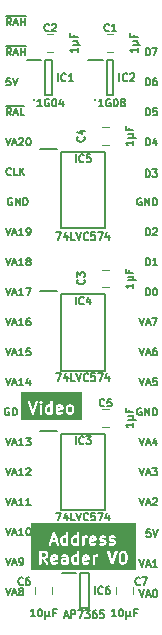
<source format=gbr>
%TF.GenerationSoftware,KiCad,Pcbnew,7.0.5*%
%TF.CreationDate,2024-01-26T06:52:55+02:00*%
%TF.ProjectId,Video Address Reader,56696465-6f20-4416-9464-726573732052,rev?*%
%TF.SameCoordinates,Original*%
%TF.FileFunction,Legend,Top*%
%TF.FilePolarity,Positive*%
%FSLAX46Y46*%
G04 Gerber Fmt 4.6, Leading zero omitted, Abs format (unit mm)*
G04 Created by KiCad (PCBNEW 7.0.5) date 2024-01-26 06:52:55*
%MOMM*%
%LPD*%
G01*
G04 APERTURE LIST*
%ADD10C,0.200000*%
%ADD11C,0.150000*%
%ADD12C,0.120000*%
G04 APERTURE END LIST*
D10*
G36*
X94334368Y-103716706D02*
G01*
X94351819Y-103751607D01*
X94080333Y-103805904D01*
X94080333Y-103761015D01*
X94102487Y-103716706D01*
X94146796Y-103694552D01*
X94290060Y-103694552D01*
X94334368Y-103716706D01*
G37*
G36*
X95213666Y-103980333D02*
G01*
X95213666Y-104151796D01*
X95194822Y-104161219D01*
X95003939Y-104161219D01*
X94959630Y-104139064D01*
X94937476Y-104094755D01*
X94937476Y-104046729D01*
X94959630Y-104002420D01*
X95003939Y-103980266D01*
X95213043Y-103980266D01*
X95213666Y-103980333D01*
G37*
G36*
X96118428Y-103703974D02*
G01*
X96118428Y-104151796D01*
X96099584Y-104161219D01*
X95956320Y-104161219D01*
X95896713Y-104131415D01*
X95872042Y-104106743D01*
X95842238Y-104047135D01*
X95842238Y-103808634D01*
X95872042Y-103749025D01*
X95896712Y-103724356D01*
X95956320Y-103694552D01*
X96099584Y-103694552D01*
X96118428Y-103703974D01*
G37*
G36*
X97001035Y-103716706D02*
G01*
X97018486Y-103751607D01*
X96747000Y-103805904D01*
X96747000Y-103761015D01*
X96769154Y-103716706D01*
X96813463Y-103694552D01*
X96956727Y-103694552D01*
X97001035Y-103716706D01*
G37*
G36*
X100111574Y-103391023D02*
G01*
X100136244Y-103415693D01*
X100171695Y-103486596D01*
X100213667Y-103654482D01*
X100213667Y-103867954D01*
X100171694Y-104035842D01*
X100136244Y-104106743D01*
X100111573Y-104131414D01*
X100051966Y-104161219D01*
X100003940Y-104161219D01*
X99944333Y-104131415D01*
X99919662Y-104106743D01*
X99884210Y-104035840D01*
X99842239Y-103867955D01*
X99842239Y-103654482D01*
X99884210Y-103486595D01*
X99919662Y-103415692D01*
X99944332Y-103391023D01*
X100003940Y-103361219D01*
X100051966Y-103361219D01*
X100111574Y-103391023D01*
G37*
G36*
X93444906Y-103391023D02*
G01*
X93469576Y-103415693D01*
X93499380Y-103475301D01*
X93499380Y-103570945D01*
X93469576Y-103630554D01*
X93444906Y-103655223D01*
X93385298Y-103685028D01*
X93271222Y-103685028D01*
X93247149Y-103682533D01*
X93242212Y-103685028D01*
X93127952Y-103685028D01*
X93127952Y-103361219D01*
X93385298Y-103361219D01*
X93444906Y-103391023D01*
G37*
G36*
X94293970Y-102265504D02*
G01*
X94095266Y-102265504D01*
X94194617Y-101967446D01*
X94293970Y-102265504D01*
G37*
G36*
X95189856Y-102093974D02*
G01*
X95189856Y-102541796D01*
X95171012Y-102551219D01*
X95027748Y-102551219D01*
X94968141Y-102521415D01*
X94943470Y-102496743D01*
X94913666Y-102437135D01*
X94913666Y-102198634D01*
X94943470Y-102139025D01*
X94968140Y-102114355D01*
X95027748Y-102084552D01*
X95171012Y-102084552D01*
X95189856Y-102093974D01*
G37*
G36*
X96094618Y-102093974D02*
G01*
X96094618Y-102541796D01*
X96075774Y-102551219D01*
X95932510Y-102551219D01*
X95872903Y-102521415D01*
X95848232Y-102496743D01*
X95818428Y-102437135D01*
X95818428Y-102198634D01*
X95848232Y-102139025D01*
X95872901Y-102114356D01*
X95932510Y-102084552D01*
X96075774Y-102084552D01*
X96094618Y-102093974D01*
G37*
G36*
X97596273Y-102106706D02*
G01*
X97613724Y-102141607D01*
X97342238Y-102195904D01*
X97342238Y-102151015D01*
X97364392Y-102106706D01*
X97408701Y-102084552D01*
X97551965Y-102084552D01*
X97596273Y-102106706D01*
G37*
G36*
X101097001Y-104836857D02*
G01*
X92197000Y-104836857D01*
X92197000Y-103799860D01*
X92924791Y-103799860D01*
X92927952Y-103806781D01*
X92927952Y-104275598D01*
X92940275Y-104317566D01*
X92984657Y-104356023D01*
X93042784Y-104364380D01*
X93096203Y-104339985D01*
X93127952Y-104290582D01*
X93127952Y-103885028D01*
X93213981Y-103885028D01*
X93525703Y-104330345D01*
X93559865Y-104357660D01*
X93618278Y-104363714D01*
X93670690Y-104337226D01*
X93700463Y-104286608D01*
X93698142Y-104227928D01*
X93452173Y-103876544D01*
X93465251Y-103872705D01*
X93471439Y-103865563D01*
X93537647Y-103832459D01*
X93554090Y-103828882D01*
X93573569Y-103809402D01*
X93593750Y-103790631D01*
X93594234Y-103788737D01*
X93613605Y-103769366D01*
X93628072Y-103760774D01*
X93634160Y-103748597D01*
X93876713Y-103748597D01*
X93880333Y-103757325D01*
X93880332Y-103901463D01*
X93878879Y-103904023D01*
X93880333Y-103930625D01*
X93880333Y-104112975D01*
X93877759Y-104136819D01*
X93886897Y-104155096D01*
X93892656Y-104174708D01*
X93899796Y-104180895D01*
X93927116Y-104235535D01*
X93926979Y-104239420D01*
X93940123Y-104261550D01*
X93944939Y-104271182D01*
X93947442Y-104273873D01*
X93956968Y-104289911D01*
X93967050Y-104294952D01*
X93974730Y-104303208D01*
X93992806Y-104307830D01*
X94073651Y-104348253D01*
X94093827Y-104361219D01*
X94114262Y-104361219D01*
X94134378Y-104364839D01*
X94143106Y-104361219D01*
X94308281Y-104361219D01*
X94332124Y-104363793D01*
X94350400Y-104354654D01*
X94370013Y-104348896D01*
X94376201Y-104341754D01*
X94466486Y-104296612D01*
X94498512Y-104266822D01*
X94513061Y-104209927D01*
X94494541Y-104154199D01*
X94448831Y-104117329D01*
X94390445Y-104111026D01*
X94290060Y-104161219D01*
X94146796Y-104161219D01*
X94102487Y-104139064D01*
X94080333Y-104094755D01*
X94080333Y-104034311D01*
X94733856Y-104034311D01*
X94737475Y-104043039D01*
X94737476Y-104112975D01*
X94734902Y-104136819D01*
X94744040Y-104155096D01*
X94749799Y-104174708D01*
X94756939Y-104180895D01*
X94784259Y-104235535D01*
X94784122Y-104239420D01*
X94797266Y-104261550D01*
X94802082Y-104271182D01*
X94804585Y-104273873D01*
X94814111Y-104289911D01*
X94824193Y-104294952D01*
X94831873Y-104303208D01*
X94849949Y-104307830D01*
X94930794Y-104348253D01*
X94950970Y-104361219D01*
X94971405Y-104361219D01*
X94991521Y-104364839D01*
X95000249Y-104361219D01*
X95213043Y-104361219D01*
X95236886Y-104363793D01*
X95255162Y-104354654D01*
X95265342Y-104351665D01*
X95270371Y-104356023D01*
X95328498Y-104364380D01*
X95381917Y-104339985D01*
X95413666Y-104290582D01*
X95413666Y-104226183D01*
X95417823Y-104209927D01*
X95413666Y-104197418D01*
X95413666Y-103845230D01*
X95417823Y-103828974D01*
X95413666Y-103816465D01*
X95413666Y-103796216D01*
X95638618Y-103796216D01*
X95642237Y-103804944D01*
X95642238Y-104065356D01*
X95639664Y-104089200D01*
X95648802Y-104107476D01*
X95654561Y-104127089D01*
X95661702Y-104133277D01*
X95694806Y-104199484D01*
X95698383Y-104215927D01*
X95717866Y-104235410D01*
X95736635Y-104255588D01*
X95738527Y-104256071D01*
X95757899Y-104275444D01*
X95766492Y-104289911D01*
X95791130Y-104302230D01*
X95815321Y-104315440D01*
X95817270Y-104315300D01*
X95883175Y-104348253D01*
X95903351Y-104361219D01*
X95923786Y-104361219D01*
X95943902Y-104364839D01*
X95952630Y-104361219D01*
X96117805Y-104361219D01*
X96141648Y-104363793D01*
X96159924Y-104354654D01*
X96170104Y-104351665D01*
X96175133Y-104356023D01*
X96233260Y-104364380D01*
X96286679Y-104339985D01*
X96318428Y-104290582D01*
X96318428Y-104226183D01*
X96322585Y-104209927D01*
X96318428Y-104197418D01*
X96318428Y-103748597D01*
X96543380Y-103748597D01*
X96547000Y-103757325D01*
X96546999Y-103901463D01*
X96545546Y-103904023D01*
X96547000Y-103930625D01*
X96547000Y-104112975D01*
X96544426Y-104136819D01*
X96553564Y-104155096D01*
X96559323Y-104174708D01*
X96566463Y-104180895D01*
X96593783Y-104235535D01*
X96593646Y-104239420D01*
X96606790Y-104261550D01*
X96611606Y-104271182D01*
X96614109Y-104273873D01*
X96623635Y-104289911D01*
X96633717Y-104294952D01*
X96641397Y-104303208D01*
X96659473Y-104307830D01*
X96740318Y-104348253D01*
X96760494Y-104361219D01*
X96780929Y-104361219D01*
X96801045Y-104364839D01*
X96809773Y-104361219D01*
X96974948Y-104361219D01*
X96998791Y-104363793D01*
X97017067Y-104354654D01*
X97036680Y-104348896D01*
X97042868Y-104341754D01*
X97133153Y-104296612D01*
X97165179Y-104266822D01*
X97179728Y-104209927D01*
X97161208Y-104154199D01*
X97115498Y-104117329D01*
X97057112Y-104111026D01*
X96956727Y-104161219D01*
X96813463Y-104161219D01*
X96769154Y-104139064D01*
X96747000Y-104094755D01*
X96747000Y-104009865D01*
X97125958Y-103934073D01*
X97138022Y-103935808D01*
X97154179Y-103928429D01*
X97156901Y-103927885D01*
X97167211Y-103922477D01*
X97191441Y-103911413D01*
X97193032Y-103908937D01*
X97195637Y-103907571D01*
X97208787Y-103884421D01*
X97223190Y-103862010D01*
X97223190Y-103859066D01*
X97224643Y-103856509D01*
X97223190Y-103829925D01*
X97223190Y-103796216D01*
X97448142Y-103796216D01*
X97451762Y-103804944D01*
X97451762Y-104275598D01*
X97464085Y-104317566D01*
X97508467Y-104356023D01*
X97566594Y-104364380D01*
X97620013Y-104339985D01*
X97651762Y-104290582D01*
X97651761Y-103808634D01*
X97681566Y-103749025D01*
X97706235Y-103724356D01*
X97765844Y-103694552D01*
X97851855Y-103694552D01*
X97893823Y-103682229D01*
X97932280Y-103637847D01*
X97940637Y-103579720D01*
X97916242Y-103526301D01*
X97866839Y-103494552D01*
X97747622Y-103494552D01*
X97723779Y-103491978D01*
X97705501Y-103501116D01*
X97685891Y-103506875D01*
X97679703Y-103514016D01*
X97636470Y-103535632D01*
X97595057Y-103499748D01*
X97536930Y-103491391D01*
X97483511Y-103515786D01*
X97451762Y-103565189D01*
X97451762Y-103776100D01*
X97448142Y-103796216D01*
X97223190Y-103796216D01*
X97223189Y-103742793D01*
X97225764Y-103718950D01*
X97216625Y-103700672D01*
X97210867Y-103681062D01*
X97203725Y-103674874D01*
X97176406Y-103620236D01*
X97176544Y-103616351D01*
X97163394Y-103594211D01*
X97158583Y-103584589D01*
X97156082Y-103581900D01*
X97146555Y-103565860D01*
X97136473Y-103560819D01*
X97128793Y-103552562D01*
X97110712Y-103547938D01*
X97029874Y-103507519D01*
X97009696Y-103494552D01*
X96989260Y-103494552D01*
X96969145Y-103490932D01*
X96960417Y-103494552D01*
X96795241Y-103494552D01*
X96771398Y-103491978D01*
X96753120Y-103501116D01*
X96733510Y-103506875D01*
X96727322Y-103514016D01*
X96672684Y-103541335D01*
X96668799Y-103541198D01*
X96646659Y-103554347D01*
X96637037Y-103559159D01*
X96634348Y-103561659D01*
X96618308Y-103571187D01*
X96613267Y-103581268D01*
X96605010Y-103588949D01*
X96600386Y-103607029D01*
X96559967Y-103687867D01*
X96547000Y-103708046D01*
X96547000Y-103728481D01*
X96543380Y-103748597D01*
X96318428Y-103748597D01*
X96318428Y-103643937D01*
X96319401Y-103616351D01*
X96318428Y-103614712D01*
X96318428Y-103264986D01*
X98685704Y-103264986D01*
X99022602Y-104275679D01*
X99022195Y-104286949D01*
X99031710Y-104303002D01*
X99032870Y-104306482D01*
X99039004Y-104315309D01*
X99052138Y-104337467D01*
X99055614Y-104339209D01*
X99057832Y-104342400D01*
X99081623Y-104352242D01*
X99104640Y-104363776D01*
X99108503Y-104363362D01*
X99112097Y-104364849D01*
X99137427Y-104360266D01*
X99163032Y-104357526D01*
X99166062Y-104355086D01*
X99169884Y-104354395D01*
X99188710Y-104336851D01*
X99208774Y-104320698D01*
X99210003Y-104317009D01*
X99212847Y-104314360D01*
X99219203Y-104289409D01*
X99356995Y-103876033D01*
X99638103Y-103876033D01*
X99642239Y-103892577D01*
X99642239Y-103894645D01*
X99645718Y-103906495D01*
X99688523Y-104077715D01*
X99687284Y-104089200D01*
X99695505Y-104105642D01*
X99696331Y-104108945D01*
X99701916Y-104118465D01*
X99742426Y-104199484D01*
X99746003Y-104215927D01*
X99765486Y-104235410D01*
X99784255Y-104255588D01*
X99786147Y-104256071D01*
X99805519Y-104275444D01*
X99814112Y-104289911D01*
X99838750Y-104302230D01*
X99862941Y-104315440D01*
X99864890Y-104315300D01*
X99930795Y-104348253D01*
X99950971Y-104361219D01*
X99971406Y-104361219D01*
X99991522Y-104364839D01*
X100000250Y-104361219D01*
X100070187Y-104361219D01*
X100094030Y-104363793D01*
X100112306Y-104354654D01*
X100131919Y-104348896D01*
X100138107Y-104341754D01*
X100204315Y-104308650D01*
X100220759Y-104305073D01*
X100240244Y-104285587D01*
X100260418Y-104266822D01*
X100260902Y-104264928D01*
X100280275Y-104245555D01*
X100294740Y-104236964D01*
X100307057Y-104212329D01*
X100320269Y-104188133D01*
X100320129Y-104186185D01*
X100347524Y-104131395D01*
X100355941Y-104123482D01*
X100360400Y-104105643D01*
X100361921Y-104102603D01*
X100363874Y-104091748D01*
X100406690Y-103920485D01*
X100413667Y-103909629D01*
X100413667Y-103892577D01*
X100414169Y-103890570D01*
X100413667Y-103878223D01*
X100413667Y-103658629D01*
X100417803Y-103646404D01*
X100413667Y-103629860D01*
X100413667Y-103627792D01*
X100410187Y-103615941D01*
X100367382Y-103444720D01*
X100368622Y-103433236D01*
X100360400Y-103416792D01*
X100359575Y-103413492D01*
X100353991Y-103403975D01*
X100313478Y-103322949D01*
X100309902Y-103306509D01*
X100290427Y-103287034D01*
X100271651Y-103266848D01*
X100269756Y-103266363D01*
X100250386Y-103246993D01*
X100241794Y-103232527D01*
X100217159Y-103220209D01*
X100192964Y-103206998D01*
X100191014Y-103207137D01*
X100125113Y-103174186D01*
X100104935Y-103161219D01*
X100084499Y-103161219D01*
X100064384Y-103157599D01*
X100055656Y-103161219D01*
X99985718Y-103161219D01*
X99961875Y-103158645D01*
X99943597Y-103167783D01*
X99923987Y-103173542D01*
X99917799Y-103180683D01*
X99851588Y-103213788D01*
X99835148Y-103217365D01*
X99815673Y-103236839D01*
X99795487Y-103255616D01*
X99795002Y-103257510D01*
X99775632Y-103276880D01*
X99761166Y-103285473D01*
X99748848Y-103310107D01*
X99735637Y-103334303D01*
X99735776Y-103336252D01*
X99708382Y-103391040D01*
X99699965Y-103398955D01*
X99695504Y-103416795D01*
X99693985Y-103419835D01*
X99692032Y-103430686D01*
X99649215Y-103601951D01*
X99642239Y-103612808D01*
X99642239Y-103629859D01*
X99641737Y-103631867D01*
X99642239Y-103644213D01*
X99642239Y-103863807D01*
X99638103Y-103876033D01*
X99356995Y-103876033D01*
X99555939Y-103279201D01*
X99557520Y-103235490D01*
X99527577Y-103184972D01*
X99475075Y-103158662D01*
X99416683Y-103164913D01*
X99370941Y-103201740D01*
X99123191Y-103944990D01*
X98880179Y-103215955D01*
X98855217Y-103180038D01*
X98800952Y-103157589D01*
X98743165Y-103168042D01*
X98700201Y-103208078D01*
X98685704Y-103264986D01*
X96318428Y-103264986D01*
X96318428Y-103246840D01*
X96306105Y-103204872D01*
X96261723Y-103166415D01*
X96203596Y-103158058D01*
X96150177Y-103182453D01*
X96118428Y-103231856D01*
X96118428Y-103492088D01*
X96112002Y-103490932D01*
X96103274Y-103494552D01*
X95938098Y-103494552D01*
X95914255Y-103491978D01*
X95895977Y-103501116D01*
X95876367Y-103506875D01*
X95870179Y-103514016D01*
X95803968Y-103547121D01*
X95787528Y-103550698D01*
X95768053Y-103570172D01*
X95747867Y-103588949D01*
X95747382Y-103590843D01*
X95728012Y-103610213D01*
X95713546Y-103618806D01*
X95701228Y-103643440D01*
X95688017Y-103667636D01*
X95688156Y-103669585D01*
X95655205Y-103735486D01*
X95642238Y-103755665D01*
X95642238Y-103776100D01*
X95638618Y-103796216D01*
X95413666Y-103796216D01*
X95413666Y-103742793D01*
X95416240Y-103718950D01*
X95407101Y-103700672D01*
X95401343Y-103681062D01*
X95394201Y-103674874D01*
X95366882Y-103620236D01*
X95367020Y-103616351D01*
X95353870Y-103594211D01*
X95349059Y-103584589D01*
X95346558Y-103581900D01*
X95337031Y-103565860D01*
X95326949Y-103560819D01*
X95319269Y-103552562D01*
X95301188Y-103547938D01*
X95220350Y-103507519D01*
X95200172Y-103494552D01*
X95179736Y-103494552D01*
X95159621Y-103490932D01*
X95150893Y-103494552D01*
X94985717Y-103494552D01*
X94961874Y-103491978D01*
X94943596Y-103501116D01*
X94923986Y-103506875D01*
X94917798Y-103514016D01*
X94827513Y-103559159D01*
X94795486Y-103588949D01*
X94780938Y-103645844D01*
X94799458Y-103701572D01*
X94845167Y-103738442D01*
X94903553Y-103744745D01*
X95003939Y-103694552D01*
X95147203Y-103694552D01*
X95191511Y-103716706D01*
X95213666Y-103761015D01*
X95213666Y-103770843D01*
X95194822Y-103780266D01*
X94985717Y-103780266D01*
X94961874Y-103777692D01*
X94943596Y-103786830D01*
X94923986Y-103792589D01*
X94917798Y-103799730D01*
X94863160Y-103827049D01*
X94859275Y-103826912D01*
X94837135Y-103840061D01*
X94827513Y-103844873D01*
X94824824Y-103847373D01*
X94808784Y-103856901D01*
X94803743Y-103866982D01*
X94795486Y-103874663D01*
X94790862Y-103892743D01*
X94750443Y-103973581D01*
X94737476Y-103993760D01*
X94737476Y-104014195D01*
X94733856Y-104034311D01*
X94080333Y-104034311D01*
X94080333Y-104009865D01*
X94459291Y-103934073D01*
X94471355Y-103935808D01*
X94487512Y-103928429D01*
X94490234Y-103927885D01*
X94500544Y-103922477D01*
X94524774Y-103911413D01*
X94526365Y-103908937D01*
X94528970Y-103907571D01*
X94542120Y-103884421D01*
X94556523Y-103862010D01*
X94556523Y-103859066D01*
X94557976Y-103856509D01*
X94556523Y-103829925D01*
X94556523Y-103742793D01*
X94559097Y-103718950D01*
X94549958Y-103700672D01*
X94544200Y-103681062D01*
X94537058Y-103674874D01*
X94509739Y-103620236D01*
X94509877Y-103616351D01*
X94496727Y-103594211D01*
X94491916Y-103584589D01*
X94489415Y-103581900D01*
X94479888Y-103565860D01*
X94469806Y-103560819D01*
X94462126Y-103552562D01*
X94444045Y-103547938D01*
X94363207Y-103507519D01*
X94343029Y-103494552D01*
X94322593Y-103494552D01*
X94302478Y-103490932D01*
X94293750Y-103494552D01*
X94128574Y-103494552D01*
X94104731Y-103491978D01*
X94086453Y-103501116D01*
X94066843Y-103506875D01*
X94060655Y-103514016D01*
X94006017Y-103541335D01*
X94002132Y-103541198D01*
X93979992Y-103554347D01*
X93970370Y-103559159D01*
X93967681Y-103561659D01*
X93951641Y-103571187D01*
X93946600Y-103581268D01*
X93938343Y-103588949D01*
X93933719Y-103607029D01*
X93893300Y-103687867D01*
X93880333Y-103708046D01*
X93880333Y-103728481D01*
X93876713Y-103748597D01*
X93634160Y-103748597D01*
X93640390Y-103736137D01*
X93653601Y-103711944D01*
X93653461Y-103709995D01*
X93686414Y-103644090D01*
X93699380Y-103623915D01*
X93699380Y-103603479D01*
X93703000Y-103583364D01*
X93699380Y-103574635D01*
X93699380Y-103457079D01*
X93701954Y-103433236D01*
X93692815Y-103414958D01*
X93687057Y-103395348D01*
X93679915Y-103389160D01*
X93646810Y-103322949D01*
X93643234Y-103306509D01*
X93623759Y-103287034D01*
X93604983Y-103266848D01*
X93603088Y-103266363D01*
X93583718Y-103246993D01*
X93575126Y-103232527D01*
X93550491Y-103220209D01*
X93526296Y-103206998D01*
X93524346Y-103207137D01*
X93458445Y-103174186D01*
X93438267Y-103161219D01*
X93417831Y-103161219D01*
X93397716Y-103157599D01*
X93388988Y-103161219D01*
X93035106Y-103161219D01*
X93013120Y-103158058D01*
X92992916Y-103167284D01*
X92971605Y-103173542D01*
X92966622Y-103179292D01*
X92959701Y-103182453D01*
X92947692Y-103201138D01*
X92933148Y-103217924D01*
X92932065Y-103225455D01*
X92927952Y-103231856D01*
X92927952Y-103254064D01*
X92924791Y-103276051D01*
X92927952Y-103282972D01*
X92927952Y-103777873D01*
X92924791Y-103799860D01*
X92197000Y-103799860D01*
X92197000Y-102676949D01*
X93760289Y-102676949D01*
X93790232Y-102727467D01*
X93842734Y-102753776D01*
X93901126Y-102747526D01*
X93946868Y-102710698D01*
X94028599Y-102465504D01*
X94360637Y-102465504D01*
X94437630Y-102696482D01*
X94462592Y-102732400D01*
X94516857Y-102754849D01*
X94574644Y-102744395D01*
X94617607Y-102704360D01*
X94632105Y-102647452D01*
X94535061Y-102356322D01*
X94535874Y-102350672D01*
X94525892Y-102328815D01*
X94478359Y-102186216D01*
X94710046Y-102186216D01*
X94713666Y-102194944D01*
X94713666Y-102455356D01*
X94711092Y-102479200D01*
X94720230Y-102497476D01*
X94725989Y-102517089D01*
X94733130Y-102523277D01*
X94766234Y-102589484D01*
X94769811Y-102605927D01*
X94789294Y-102625410D01*
X94808063Y-102645588D01*
X94809955Y-102646071D01*
X94829327Y-102665444D01*
X94837920Y-102679911D01*
X94862558Y-102692230D01*
X94886749Y-102705440D01*
X94888698Y-102705300D01*
X94954603Y-102738253D01*
X94974779Y-102751219D01*
X94995214Y-102751219D01*
X95015330Y-102754839D01*
X95024058Y-102751219D01*
X95189233Y-102751219D01*
X95213076Y-102753793D01*
X95231352Y-102744654D01*
X95241532Y-102741665D01*
X95246561Y-102746023D01*
X95304688Y-102754380D01*
X95358107Y-102729985D01*
X95389856Y-102680582D01*
X95389856Y-102616183D01*
X95394013Y-102599927D01*
X95389856Y-102587418D01*
X95389856Y-102186216D01*
X95614808Y-102186216D01*
X95618428Y-102194944D01*
X95618428Y-102455356D01*
X95615854Y-102479200D01*
X95624992Y-102497476D01*
X95630751Y-102517089D01*
X95637892Y-102523277D01*
X95670996Y-102589484D01*
X95674573Y-102605927D01*
X95694056Y-102625410D01*
X95712825Y-102645588D01*
X95714717Y-102646071D01*
X95734089Y-102665444D01*
X95742682Y-102679911D01*
X95767320Y-102692230D01*
X95791511Y-102705440D01*
X95793460Y-102705300D01*
X95859365Y-102738253D01*
X95879541Y-102751219D01*
X95899976Y-102751219D01*
X95920092Y-102754839D01*
X95928820Y-102751219D01*
X96093995Y-102751219D01*
X96117838Y-102753793D01*
X96136114Y-102744654D01*
X96146294Y-102741665D01*
X96151323Y-102746023D01*
X96209450Y-102754380D01*
X96262869Y-102729985D01*
X96294618Y-102680582D01*
X96294617Y-102616183D01*
X96298775Y-102599927D01*
X96294618Y-102587418D01*
X96294618Y-102186216D01*
X96567189Y-102186216D01*
X96570809Y-102194944D01*
X96570809Y-102665598D01*
X96583132Y-102707566D01*
X96627514Y-102746023D01*
X96685641Y-102754380D01*
X96739060Y-102729985D01*
X96770809Y-102680582D01*
X96770809Y-102198634D01*
X96800613Y-102139025D01*
X96801041Y-102138597D01*
X97138618Y-102138597D01*
X97142238Y-102147325D01*
X97142238Y-102291463D01*
X97140784Y-102294023D01*
X97142238Y-102320625D01*
X97142238Y-102502975D01*
X97139664Y-102526819D01*
X97148802Y-102545096D01*
X97154561Y-102564708D01*
X97161701Y-102570895D01*
X97189021Y-102625535D01*
X97188884Y-102629420D01*
X97202028Y-102651550D01*
X97206844Y-102661182D01*
X97209347Y-102663873D01*
X97218873Y-102679911D01*
X97228955Y-102684952D01*
X97236635Y-102693208D01*
X97254711Y-102697830D01*
X97335556Y-102738253D01*
X97355732Y-102751219D01*
X97376167Y-102751219D01*
X97396283Y-102754839D01*
X97405011Y-102751219D01*
X97570186Y-102751219D01*
X97594029Y-102753793D01*
X97612305Y-102744654D01*
X97631918Y-102738896D01*
X97638106Y-102731754D01*
X97728391Y-102686612D01*
X97760417Y-102656822D01*
X97774966Y-102599927D01*
X97756446Y-102544199D01*
X97710736Y-102507329D01*
X97652350Y-102501026D01*
X97551965Y-102551219D01*
X97408701Y-102551219D01*
X97364392Y-102529064D01*
X97342238Y-102484755D01*
X97342238Y-102399865D01*
X97721196Y-102324073D01*
X97733260Y-102325808D01*
X97749417Y-102318429D01*
X97752139Y-102317885D01*
X97762449Y-102312477D01*
X97786679Y-102301413D01*
X97788270Y-102298937D01*
X97790875Y-102297571D01*
X97804025Y-102274421D01*
X97818428Y-102252010D01*
X97818427Y-102249066D01*
X97819881Y-102246509D01*
X97818428Y-102219925D01*
X97818428Y-102138597D01*
X97995761Y-102138597D01*
X97999381Y-102147325D01*
X97999381Y-102169642D01*
X97996807Y-102193486D01*
X98005945Y-102211762D01*
X98011704Y-102231375D01*
X98018845Y-102237563D01*
X98046164Y-102292200D01*
X98046027Y-102296086D01*
X98059177Y-102318226D01*
X98063988Y-102327848D01*
X98066488Y-102330536D01*
X98076016Y-102346577D01*
X98086098Y-102351618D01*
X98093778Y-102359874D01*
X98111854Y-102364496D01*
X98192699Y-102404919D01*
X98212875Y-102417885D01*
X98233310Y-102417885D01*
X98253426Y-102421505D01*
X98262154Y-102417885D01*
X98361489Y-102417885D01*
X98405797Y-102440039D01*
X98427952Y-102484348D01*
X98427951Y-102484754D01*
X98405797Y-102529064D01*
X98361489Y-102551219D01*
X98218225Y-102551219D01*
X98131241Y-102507727D01*
X98088193Y-102499980D01*
X98033948Y-102522478D01*
X98000478Y-102570731D01*
X97998408Y-102629420D01*
X98028397Y-102679911D01*
X98145080Y-102738253D01*
X98165256Y-102751219D01*
X98185691Y-102751219D01*
X98205807Y-102754839D01*
X98214535Y-102751219D01*
X98379710Y-102751219D01*
X98403553Y-102753793D01*
X98421829Y-102744654D01*
X98441442Y-102738896D01*
X98447630Y-102731754D01*
X98502267Y-102704435D01*
X98506154Y-102704573D01*
X98528296Y-102691421D01*
X98537915Y-102686612D01*
X98540602Y-102684111D01*
X98556644Y-102674584D01*
X98561685Y-102664501D01*
X98569941Y-102656822D01*
X98574563Y-102638744D01*
X98614984Y-102557901D01*
X98627952Y-102537724D01*
X98627952Y-102517288D01*
X98631572Y-102497173D01*
X98627951Y-102488445D01*
X98627952Y-102466126D01*
X98630526Y-102442283D01*
X98621387Y-102424005D01*
X98615629Y-102404395D01*
X98608487Y-102398207D01*
X98581168Y-102343569D01*
X98581306Y-102339684D01*
X98568156Y-102317544D01*
X98563345Y-102307922D01*
X98560844Y-102305233D01*
X98551317Y-102289193D01*
X98541235Y-102284152D01*
X98533555Y-102275895D01*
X98515474Y-102271271D01*
X98434636Y-102230852D01*
X98414458Y-102217885D01*
X98394022Y-102217885D01*
X98373907Y-102214265D01*
X98365179Y-102217885D01*
X98265844Y-102217885D01*
X98221535Y-102195730D01*
X98199381Y-102151421D01*
X98199381Y-102151015D01*
X98205590Y-102138597D01*
X98805285Y-102138597D01*
X98808905Y-102147325D01*
X98808905Y-102169642D01*
X98806331Y-102193486D01*
X98815469Y-102211762D01*
X98821228Y-102231375D01*
X98828369Y-102237563D01*
X98855688Y-102292200D01*
X98855551Y-102296086D01*
X98868701Y-102318226D01*
X98873512Y-102327848D01*
X98876012Y-102330536D01*
X98885540Y-102346577D01*
X98895622Y-102351618D01*
X98903302Y-102359874D01*
X98921378Y-102364496D01*
X99002223Y-102404919D01*
X99022399Y-102417885D01*
X99042834Y-102417885D01*
X99062950Y-102421505D01*
X99071678Y-102417885D01*
X99171013Y-102417885D01*
X99215321Y-102440039D01*
X99237476Y-102484347D01*
X99237475Y-102484754D01*
X99215321Y-102529064D01*
X99171013Y-102551219D01*
X99027749Y-102551219D01*
X98940765Y-102507727D01*
X98897717Y-102499980D01*
X98843472Y-102522478D01*
X98810002Y-102570731D01*
X98807932Y-102629420D01*
X98837921Y-102679911D01*
X98954604Y-102738253D01*
X98974780Y-102751219D01*
X98995215Y-102751219D01*
X99015331Y-102754839D01*
X99024059Y-102751219D01*
X99189234Y-102751219D01*
X99213077Y-102753793D01*
X99231353Y-102744654D01*
X99250966Y-102738896D01*
X99257154Y-102731754D01*
X99311791Y-102704435D01*
X99315678Y-102704573D01*
X99337820Y-102691421D01*
X99347439Y-102686612D01*
X99350126Y-102684111D01*
X99366168Y-102674584D01*
X99371209Y-102664501D01*
X99379465Y-102656822D01*
X99384087Y-102638744D01*
X99424508Y-102557901D01*
X99437476Y-102537724D01*
X99437476Y-102517288D01*
X99441096Y-102497173D01*
X99437476Y-102488445D01*
X99437476Y-102466126D01*
X99440050Y-102442283D01*
X99430911Y-102424005D01*
X99425153Y-102404395D01*
X99418011Y-102398207D01*
X99390692Y-102343569D01*
X99390830Y-102339684D01*
X99377680Y-102317544D01*
X99372869Y-102307922D01*
X99370368Y-102305233D01*
X99360841Y-102289193D01*
X99350759Y-102284152D01*
X99343079Y-102275895D01*
X99324998Y-102271271D01*
X99244160Y-102230852D01*
X99223982Y-102217885D01*
X99203546Y-102217885D01*
X99183431Y-102214265D01*
X99174703Y-102217885D01*
X99075368Y-102217885D01*
X99031059Y-102195730D01*
X99008904Y-102151421D01*
X99008904Y-102151015D01*
X99031059Y-102106706D01*
X99075368Y-102084552D01*
X99171013Y-102084552D01*
X99257996Y-102128044D01*
X99301045Y-102135791D01*
X99355290Y-102113293D01*
X99388760Y-102065040D01*
X99390830Y-102006351D01*
X99360841Y-101955860D01*
X99244160Y-101897519D01*
X99223982Y-101884552D01*
X99203546Y-101884552D01*
X99183431Y-101880932D01*
X99174703Y-101884552D01*
X99057146Y-101884552D01*
X99033303Y-101881978D01*
X99015025Y-101891116D01*
X98995415Y-101896875D01*
X98989227Y-101904016D01*
X98934589Y-101931335D01*
X98930704Y-101931198D01*
X98908564Y-101944347D01*
X98898942Y-101949159D01*
X98896253Y-101951659D01*
X98880213Y-101961187D01*
X98875172Y-101971268D01*
X98866915Y-101978949D01*
X98862291Y-101997029D01*
X98821872Y-102077867D01*
X98808905Y-102098046D01*
X98808905Y-102118481D01*
X98805285Y-102138597D01*
X98205590Y-102138597D01*
X98221535Y-102106706D01*
X98265844Y-102084552D01*
X98361489Y-102084552D01*
X98448472Y-102128044D01*
X98491521Y-102135791D01*
X98545766Y-102113293D01*
X98579236Y-102065040D01*
X98581306Y-102006351D01*
X98551317Y-101955860D01*
X98434636Y-101897519D01*
X98414458Y-101884552D01*
X98394022Y-101884552D01*
X98373907Y-101880932D01*
X98365179Y-101884552D01*
X98247622Y-101884552D01*
X98223779Y-101881978D01*
X98205501Y-101891116D01*
X98185891Y-101896875D01*
X98179703Y-101904016D01*
X98125065Y-101931335D01*
X98121180Y-101931198D01*
X98099040Y-101944347D01*
X98089418Y-101949159D01*
X98086729Y-101951659D01*
X98070689Y-101961187D01*
X98065648Y-101971268D01*
X98057391Y-101978949D01*
X98052767Y-101997029D01*
X98012348Y-102077867D01*
X97999381Y-102098046D01*
X97999381Y-102118481D01*
X97995761Y-102138597D01*
X97818428Y-102138597D01*
X97818428Y-102132793D01*
X97821002Y-102108950D01*
X97811863Y-102090672D01*
X97806105Y-102071062D01*
X97798963Y-102064874D01*
X97771644Y-102010236D01*
X97771782Y-102006351D01*
X97758632Y-101984211D01*
X97753821Y-101974589D01*
X97751320Y-101971900D01*
X97741793Y-101955860D01*
X97731711Y-101950819D01*
X97724031Y-101942562D01*
X97705950Y-101937938D01*
X97625112Y-101897519D01*
X97604934Y-101884552D01*
X97584498Y-101884552D01*
X97564383Y-101880932D01*
X97555655Y-101884552D01*
X97390479Y-101884552D01*
X97366636Y-101881978D01*
X97348358Y-101891116D01*
X97328748Y-101896875D01*
X97322560Y-101904016D01*
X97267922Y-101931335D01*
X97264037Y-101931198D01*
X97241897Y-101944347D01*
X97232275Y-101949159D01*
X97229586Y-101951659D01*
X97213546Y-101961187D01*
X97208505Y-101971268D01*
X97200248Y-101978949D01*
X97195624Y-101997029D01*
X97155205Y-102077867D01*
X97142238Y-102098046D01*
X97142238Y-102118481D01*
X97138618Y-102138597D01*
X96801041Y-102138597D01*
X96825283Y-102114356D01*
X96884891Y-102084552D01*
X96970902Y-102084552D01*
X97012870Y-102072229D01*
X97051327Y-102027847D01*
X97059684Y-101969720D01*
X97035289Y-101916301D01*
X96985886Y-101884552D01*
X96866669Y-101884552D01*
X96842826Y-101881978D01*
X96824548Y-101891116D01*
X96804938Y-101896875D01*
X96798750Y-101904016D01*
X96755517Y-101925632D01*
X96714104Y-101889748D01*
X96655977Y-101881391D01*
X96602558Y-101905786D01*
X96570809Y-101955189D01*
X96570809Y-102166100D01*
X96567189Y-102186216D01*
X96294618Y-102186216D01*
X96294618Y-102033937D01*
X96295591Y-102006351D01*
X96294618Y-102004712D01*
X96294618Y-101636840D01*
X96282295Y-101594872D01*
X96237913Y-101556415D01*
X96179786Y-101548058D01*
X96126367Y-101572453D01*
X96094618Y-101621856D01*
X96094618Y-101882088D01*
X96088192Y-101880932D01*
X96079464Y-101884552D01*
X95914288Y-101884552D01*
X95890445Y-101881978D01*
X95872167Y-101891116D01*
X95852557Y-101896875D01*
X95846369Y-101904016D01*
X95780158Y-101937121D01*
X95763718Y-101940698D01*
X95744243Y-101960172D01*
X95724057Y-101978949D01*
X95723572Y-101980843D01*
X95704202Y-102000213D01*
X95689736Y-102008806D01*
X95677418Y-102033440D01*
X95664207Y-102057636D01*
X95664346Y-102059585D01*
X95631395Y-102125486D01*
X95618428Y-102145665D01*
X95618428Y-102166100D01*
X95614808Y-102186216D01*
X95389856Y-102186216D01*
X95389856Y-102033937D01*
X95390829Y-102006351D01*
X95389856Y-102004712D01*
X95389856Y-101636840D01*
X95377533Y-101594872D01*
X95333151Y-101556415D01*
X95275024Y-101548058D01*
X95221605Y-101572453D01*
X95189856Y-101621856D01*
X95189856Y-101882088D01*
X95183430Y-101880932D01*
X95174702Y-101884552D01*
X95009526Y-101884552D01*
X94985683Y-101881978D01*
X94967405Y-101891116D01*
X94947795Y-101896875D01*
X94941607Y-101904016D01*
X94875396Y-101937121D01*
X94858956Y-101940698D01*
X94839481Y-101960172D01*
X94819295Y-101978949D01*
X94818810Y-101980843D01*
X94799440Y-102000213D01*
X94784974Y-102008806D01*
X94772656Y-102033440D01*
X94759445Y-102057636D01*
X94759584Y-102059585D01*
X94726633Y-102125486D01*
X94713666Y-102145665D01*
X94713666Y-102166100D01*
X94710046Y-102186216D01*
X94478359Y-102186216D01*
X94295206Y-101636757D01*
X94295614Y-101625490D01*
X94286100Y-101609439D01*
X94284939Y-101605955D01*
X94278797Y-101597118D01*
X94265671Y-101574972D01*
X94262195Y-101573230D01*
X94259977Y-101570038D01*
X94236180Y-101560193D01*
X94213169Y-101548662D01*
X94209305Y-101549075D01*
X94205712Y-101547589D01*
X94180368Y-101552173D01*
X94154777Y-101554913D01*
X94151749Y-101557350D01*
X94147925Y-101558042D01*
X94129087Y-101575595D01*
X94109035Y-101591740D01*
X94107806Y-101595426D01*
X94104961Y-101598078D01*
X94098603Y-101623035D01*
X93867938Y-102315031D01*
X93861719Y-102322209D01*
X93858816Y-102342396D01*
X93761870Y-102633237D01*
X93760289Y-102676949D01*
X92197000Y-102676949D01*
X92197000Y-100841143D01*
X101097001Y-100841143D01*
X101097001Y-104836857D01*
G37*
D11*
X90075160Y-101250963D02*
X90286826Y-101885963D01*
X90286826Y-101885963D02*
X90498493Y-101250963D01*
X90679922Y-101704534D02*
X90982303Y-101704534D01*
X90619446Y-101885963D02*
X90831112Y-101250963D01*
X90831112Y-101250963D02*
X91042779Y-101885963D01*
X91587065Y-101885963D02*
X91224208Y-101885963D01*
X91405636Y-101885963D02*
X91405636Y-101250963D01*
X91405636Y-101250963D02*
X91345160Y-101341677D01*
X91345160Y-101341677D02*
X91284684Y-101402153D01*
X91284684Y-101402153D02*
X91224208Y-101432391D01*
X91980160Y-101250963D02*
X92040637Y-101250963D01*
X92040637Y-101250963D02*
X92101113Y-101281201D01*
X92101113Y-101281201D02*
X92131351Y-101311439D01*
X92131351Y-101311439D02*
X92161589Y-101371915D01*
X92161589Y-101371915D02*
X92191827Y-101492867D01*
X92191827Y-101492867D02*
X92191827Y-101644058D01*
X92191827Y-101644058D02*
X92161589Y-101765010D01*
X92161589Y-101765010D02*
X92131351Y-101825486D01*
X92131351Y-101825486D02*
X92101113Y-101855725D01*
X92101113Y-101855725D02*
X92040637Y-101885963D01*
X92040637Y-101885963D02*
X91980160Y-101885963D01*
X91980160Y-101885963D02*
X91919684Y-101855725D01*
X91919684Y-101855725D02*
X91889446Y-101825486D01*
X91889446Y-101825486D02*
X91859208Y-101765010D01*
X91859208Y-101765010D02*
X91828970Y-101644058D01*
X91828970Y-101644058D02*
X91828970Y-101492867D01*
X91828970Y-101492867D02*
X91859208Y-101371915D01*
X91859208Y-101371915D02*
X91889446Y-101311439D01*
X91889446Y-101311439D02*
X91919684Y-101281201D01*
X91919684Y-101281201D02*
X91980160Y-101250963D01*
X90075160Y-98710963D02*
X90286826Y-99345963D01*
X90286826Y-99345963D02*
X90498493Y-98710963D01*
X90679922Y-99164534D02*
X90982303Y-99164534D01*
X90619446Y-99345963D02*
X90831112Y-98710963D01*
X90831112Y-98710963D02*
X91042779Y-99345963D01*
X91587065Y-99345963D02*
X91224208Y-99345963D01*
X91405636Y-99345963D02*
X91405636Y-98710963D01*
X91405636Y-98710963D02*
X91345160Y-98801677D01*
X91345160Y-98801677D02*
X91284684Y-98862153D01*
X91284684Y-98862153D02*
X91224208Y-98892391D01*
X92191827Y-99345963D02*
X91828970Y-99345963D01*
X92010398Y-99345963D02*
X92010398Y-98710963D01*
X92010398Y-98710963D02*
X91949922Y-98801677D01*
X91949922Y-98801677D02*
X91889446Y-98862153D01*
X91889446Y-98862153D02*
X91828970Y-98892391D01*
X90075160Y-68230963D02*
X90286826Y-68865963D01*
X90286826Y-68865963D02*
X90498493Y-68230963D01*
X90679922Y-68684534D02*
X90982303Y-68684534D01*
X90619446Y-68865963D02*
X90831112Y-68230963D01*
X90831112Y-68230963D02*
X91042779Y-68865963D01*
X91224208Y-68291439D02*
X91254446Y-68261201D01*
X91254446Y-68261201D02*
X91314922Y-68230963D01*
X91314922Y-68230963D02*
X91466113Y-68230963D01*
X91466113Y-68230963D02*
X91526589Y-68261201D01*
X91526589Y-68261201D02*
X91556827Y-68291439D01*
X91556827Y-68291439D02*
X91587065Y-68351915D01*
X91587065Y-68351915D02*
X91587065Y-68412391D01*
X91587065Y-68412391D02*
X91556827Y-68503105D01*
X91556827Y-68503105D02*
X91193970Y-68865963D01*
X91193970Y-68865963D02*
X91587065Y-68865963D01*
X91980160Y-68230963D02*
X92040637Y-68230963D01*
X92040637Y-68230963D02*
X92101113Y-68261201D01*
X92101113Y-68261201D02*
X92131351Y-68291439D01*
X92131351Y-68291439D02*
X92161589Y-68351915D01*
X92161589Y-68351915D02*
X92191827Y-68472867D01*
X92191827Y-68472867D02*
X92191827Y-68624058D01*
X92191827Y-68624058D02*
X92161589Y-68745010D01*
X92161589Y-68745010D02*
X92131351Y-68805486D01*
X92131351Y-68805486D02*
X92101113Y-68835725D01*
X92101113Y-68835725D02*
X92040637Y-68865963D01*
X92040637Y-68865963D02*
X91980160Y-68865963D01*
X91980160Y-68865963D02*
X91919684Y-68835725D01*
X91919684Y-68835725D02*
X91889446Y-68805486D01*
X91889446Y-68805486D02*
X91859208Y-68745010D01*
X91859208Y-68745010D02*
X91828970Y-68624058D01*
X91828970Y-68624058D02*
X91828970Y-68472867D01*
X91828970Y-68472867D02*
X91859208Y-68351915D01*
X91859208Y-68351915D02*
X91889446Y-68291439D01*
X91889446Y-68291439D02*
X91919684Y-68261201D01*
X91919684Y-68261201D02*
X91980160Y-68230963D01*
X90528731Y-66325963D02*
X90317064Y-66023582D01*
X90165874Y-66325963D02*
X90165874Y-65690963D01*
X90165874Y-65690963D02*
X90407779Y-65690963D01*
X90407779Y-65690963D02*
X90468255Y-65721201D01*
X90468255Y-65721201D02*
X90498493Y-65751439D01*
X90498493Y-65751439D02*
X90528731Y-65811915D01*
X90528731Y-65811915D02*
X90528731Y-65902629D01*
X90528731Y-65902629D02*
X90498493Y-65963105D01*
X90498493Y-65963105D02*
X90468255Y-65993344D01*
X90468255Y-65993344D02*
X90407779Y-66023582D01*
X90407779Y-66023582D02*
X90165874Y-66023582D01*
X90770636Y-66144534D02*
X91073017Y-66144534D01*
X90710160Y-66325963D02*
X90921826Y-65690963D01*
X90921826Y-65690963D02*
X91133493Y-66325963D01*
X91647541Y-66325963D02*
X91345160Y-66325963D01*
X91345160Y-66325963D02*
X91345160Y-65690963D01*
X90078184Y-65514675D02*
X91644518Y-65514675D01*
X90528731Y-58705963D02*
X90317064Y-58403582D01*
X90165874Y-58705963D02*
X90165874Y-58070963D01*
X90165874Y-58070963D02*
X90407779Y-58070963D01*
X90407779Y-58070963D02*
X90468255Y-58101201D01*
X90468255Y-58101201D02*
X90498493Y-58131439D01*
X90498493Y-58131439D02*
X90528731Y-58191915D01*
X90528731Y-58191915D02*
X90528731Y-58282629D01*
X90528731Y-58282629D02*
X90498493Y-58343105D01*
X90498493Y-58343105D02*
X90468255Y-58373344D01*
X90468255Y-58373344D02*
X90407779Y-58403582D01*
X90407779Y-58403582D02*
X90165874Y-58403582D01*
X90770636Y-58524534D02*
X91073017Y-58524534D01*
X90710160Y-58705963D02*
X90921826Y-58070963D01*
X90921826Y-58070963D02*
X91133493Y-58705963D01*
X91345160Y-58705963D02*
X91345160Y-58070963D01*
X91345160Y-58373344D02*
X91708017Y-58373344D01*
X91708017Y-58705963D02*
X91708017Y-58070963D01*
X90078184Y-57894675D02*
X91795708Y-57894675D01*
X90528731Y-61245963D02*
X90317064Y-60943582D01*
X90165874Y-61245963D02*
X90165874Y-60610963D01*
X90165874Y-60610963D02*
X90407779Y-60610963D01*
X90407779Y-60610963D02*
X90468255Y-60641201D01*
X90468255Y-60641201D02*
X90498493Y-60671439D01*
X90498493Y-60671439D02*
X90528731Y-60731915D01*
X90528731Y-60731915D02*
X90528731Y-60822629D01*
X90528731Y-60822629D02*
X90498493Y-60883105D01*
X90498493Y-60883105D02*
X90468255Y-60913344D01*
X90468255Y-60913344D02*
X90407779Y-60943582D01*
X90407779Y-60943582D02*
X90165874Y-60943582D01*
X90770636Y-61064534D02*
X91073017Y-61064534D01*
X90710160Y-61245963D02*
X90921826Y-60610963D01*
X90921826Y-60610963D02*
X91133493Y-61245963D01*
X91345160Y-61245963D02*
X91345160Y-60610963D01*
X91345160Y-60913344D02*
X91708017Y-60913344D01*
X91708017Y-61245963D02*
X91708017Y-60610963D01*
X90078184Y-60434675D02*
X91795708Y-60434675D01*
X101392458Y-96170963D02*
X101604124Y-96805963D01*
X101604124Y-96805963D02*
X101815791Y-96170963D01*
X101997220Y-96624534D02*
X102299601Y-96624534D01*
X101936744Y-96805963D02*
X102148410Y-96170963D01*
X102148410Y-96170963D02*
X102360077Y-96805963D01*
X102511268Y-96170963D02*
X102904363Y-96170963D01*
X102904363Y-96170963D02*
X102692696Y-96412867D01*
X102692696Y-96412867D02*
X102783411Y-96412867D01*
X102783411Y-96412867D02*
X102843887Y-96443105D01*
X102843887Y-96443105D02*
X102874125Y-96473344D01*
X102874125Y-96473344D02*
X102904363Y-96533820D01*
X102904363Y-96533820D02*
X102904363Y-96685010D01*
X102904363Y-96685010D02*
X102874125Y-96745486D01*
X102874125Y-96745486D02*
X102843887Y-96775725D01*
X102843887Y-96775725D02*
X102783411Y-96805963D01*
X102783411Y-96805963D02*
X102601982Y-96805963D01*
X102601982Y-96805963D02*
X102541506Y-96775725D01*
X102541506Y-96775725D02*
X102511268Y-96745486D01*
X102329839Y-101377963D02*
X102027458Y-101377963D01*
X102027458Y-101377963D02*
X101997220Y-101680344D01*
X101997220Y-101680344D02*
X102027458Y-101650105D01*
X102027458Y-101650105D02*
X102087934Y-101619867D01*
X102087934Y-101619867D02*
X102239125Y-101619867D01*
X102239125Y-101619867D02*
X102299601Y-101650105D01*
X102299601Y-101650105D02*
X102329839Y-101680344D01*
X102329839Y-101680344D02*
X102360077Y-101740820D01*
X102360077Y-101740820D02*
X102360077Y-101892010D01*
X102360077Y-101892010D02*
X102329839Y-101952486D01*
X102329839Y-101952486D02*
X102299601Y-101982725D01*
X102299601Y-101982725D02*
X102239125Y-102012963D01*
X102239125Y-102012963D02*
X102087934Y-102012963D01*
X102087934Y-102012963D02*
X102027458Y-101982725D01*
X102027458Y-101982725D02*
X101997220Y-101952486D01*
X102541506Y-101377963D02*
X102753172Y-102012963D01*
X102753172Y-102012963D02*
X102964839Y-101377963D01*
X101392458Y-103917963D02*
X101604124Y-104552963D01*
X101604124Y-104552963D02*
X101815791Y-103917963D01*
X101997220Y-104371534D02*
X102299601Y-104371534D01*
X101936744Y-104552963D02*
X102148410Y-103917963D01*
X102148410Y-103917963D02*
X102360077Y-104552963D01*
X102904363Y-104552963D02*
X102541506Y-104552963D01*
X102722934Y-104552963D02*
X102722934Y-103917963D01*
X102722934Y-103917963D02*
X102662458Y-104008677D01*
X102662458Y-104008677D02*
X102601982Y-104069153D01*
X102601982Y-104069153D02*
X102541506Y-104099391D01*
X90075160Y-78390963D02*
X90286826Y-79025963D01*
X90286826Y-79025963D02*
X90498493Y-78390963D01*
X90679922Y-78844534D02*
X90982303Y-78844534D01*
X90619446Y-79025963D02*
X90831112Y-78390963D01*
X90831112Y-78390963D02*
X91042779Y-79025963D01*
X91587065Y-79025963D02*
X91224208Y-79025963D01*
X91405636Y-79025963D02*
X91405636Y-78390963D01*
X91405636Y-78390963D02*
X91345160Y-78481677D01*
X91345160Y-78481677D02*
X91284684Y-78542153D01*
X91284684Y-78542153D02*
X91224208Y-78572391D01*
X91949922Y-78663105D02*
X91889446Y-78632867D01*
X91889446Y-78632867D02*
X91859208Y-78602629D01*
X91859208Y-78602629D02*
X91828970Y-78542153D01*
X91828970Y-78542153D02*
X91828970Y-78511915D01*
X91828970Y-78511915D02*
X91859208Y-78451439D01*
X91859208Y-78451439D02*
X91889446Y-78421201D01*
X91889446Y-78421201D02*
X91949922Y-78390963D01*
X91949922Y-78390963D02*
X92070875Y-78390963D01*
X92070875Y-78390963D02*
X92131351Y-78421201D01*
X92131351Y-78421201D02*
X92161589Y-78451439D01*
X92161589Y-78451439D02*
X92191827Y-78511915D01*
X92191827Y-78511915D02*
X92191827Y-78542153D01*
X92191827Y-78542153D02*
X92161589Y-78602629D01*
X92161589Y-78602629D02*
X92131351Y-78632867D01*
X92131351Y-78632867D02*
X92070875Y-78663105D01*
X92070875Y-78663105D02*
X91949922Y-78663105D01*
X91949922Y-78663105D02*
X91889446Y-78693344D01*
X91889446Y-78693344D02*
X91859208Y-78723582D01*
X91859208Y-78723582D02*
X91828970Y-78784058D01*
X91828970Y-78784058D02*
X91828970Y-78905010D01*
X91828970Y-78905010D02*
X91859208Y-78965486D01*
X91859208Y-78965486D02*
X91889446Y-78995725D01*
X91889446Y-78995725D02*
X91949922Y-79025963D01*
X91949922Y-79025963D02*
X92070875Y-79025963D01*
X92070875Y-79025963D02*
X92131351Y-78995725D01*
X92131351Y-78995725D02*
X92161589Y-78965486D01*
X92161589Y-78965486D02*
X92191827Y-78905010D01*
X92191827Y-78905010D02*
X92191827Y-78784058D01*
X92191827Y-78784058D02*
X92161589Y-78723582D01*
X92161589Y-78723582D02*
X92131351Y-78693344D01*
X92131351Y-78693344D02*
X92070875Y-78663105D01*
X101392458Y-83470963D02*
X101604124Y-84105963D01*
X101604124Y-84105963D02*
X101815791Y-83470963D01*
X101997220Y-83924534D02*
X102299601Y-83924534D01*
X101936744Y-84105963D02*
X102148410Y-83470963D01*
X102148410Y-83470963D02*
X102360077Y-84105963D01*
X102511268Y-83470963D02*
X102934601Y-83470963D01*
X102934601Y-83470963D02*
X102662458Y-84105963D01*
X101573887Y-73341201D02*
X101513411Y-73310963D01*
X101513411Y-73310963D02*
X101422697Y-73310963D01*
X101422697Y-73310963D02*
X101331982Y-73341201D01*
X101331982Y-73341201D02*
X101271506Y-73401677D01*
X101271506Y-73401677D02*
X101241268Y-73462153D01*
X101241268Y-73462153D02*
X101211030Y-73583105D01*
X101211030Y-73583105D02*
X101211030Y-73673820D01*
X101211030Y-73673820D02*
X101241268Y-73794772D01*
X101241268Y-73794772D02*
X101271506Y-73855248D01*
X101271506Y-73855248D02*
X101331982Y-73915725D01*
X101331982Y-73915725D02*
X101422697Y-73945963D01*
X101422697Y-73945963D02*
X101483173Y-73945963D01*
X101483173Y-73945963D02*
X101573887Y-73915725D01*
X101573887Y-73915725D02*
X101604125Y-73885486D01*
X101604125Y-73885486D02*
X101604125Y-73673820D01*
X101604125Y-73673820D02*
X101483173Y-73673820D01*
X101876268Y-73945963D02*
X101876268Y-73310963D01*
X101876268Y-73310963D02*
X102239125Y-73945963D01*
X102239125Y-73945963D02*
X102239125Y-73310963D01*
X102541506Y-73945963D02*
X102541506Y-73310963D01*
X102541506Y-73310963D02*
X102692696Y-73310963D01*
X102692696Y-73310963D02*
X102783411Y-73341201D01*
X102783411Y-73341201D02*
X102843887Y-73401677D01*
X102843887Y-73401677D02*
X102874125Y-73462153D01*
X102874125Y-73462153D02*
X102904363Y-73583105D01*
X102904363Y-73583105D02*
X102904363Y-73673820D01*
X102904363Y-73673820D02*
X102874125Y-73794772D01*
X102874125Y-73794772D02*
X102843887Y-73855248D01*
X102843887Y-73855248D02*
X102783411Y-73915725D01*
X102783411Y-73915725D02*
X102692696Y-73945963D01*
X102692696Y-73945963D02*
X102541506Y-73945963D01*
X90371493Y-91121201D02*
X90311017Y-91090963D01*
X90311017Y-91090963D02*
X90220303Y-91090963D01*
X90220303Y-91090963D02*
X90129588Y-91121201D01*
X90129588Y-91121201D02*
X90069112Y-91181677D01*
X90069112Y-91181677D02*
X90038874Y-91242153D01*
X90038874Y-91242153D02*
X90008636Y-91363105D01*
X90008636Y-91363105D02*
X90008636Y-91453820D01*
X90008636Y-91453820D02*
X90038874Y-91574772D01*
X90038874Y-91574772D02*
X90069112Y-91635248D01*
X90069112Y-91635248D02*
X90129588Y-91695725D01*
X90129588Y-91695725D02*
X90220303Y-91725963D01*
X90220303Y-91725963D02*
X90280779Y-91725963D01*
X90280779Y-91725963D02*
X90371493Y-91695725D01*
X90371493Y-91695725D02*
X90401731Y-91665486D01*
X90401731Y-91665486D02*
X90401731Y-91453820D01*
X90401731Y-91453820D02*
X90280779Y-91453820D01*
X90673874Y-91725963D02*
X90673874Y-91090963D01*
X90673874Y-91090963D02*
X90825064Y-91090963D01*
X90825064Y-91090963D02*
X90915779Y-91121201D01*
X90915779Y-91121201D02*
X90976255Y-91181677D01*
X90976255Y-91181677D02*
X91006493Y-91242153D01*
X91006493Y-91242153D02*
X91036731Y-91363105D01*
X91036731Y-91363105D02*
X91036731Y-91453820D01*
X91036731Y-91453820D02*
X91006493Y-91574772D01*
X91006493Y-91574772D02*
X90976255Y-91635248D01*
X90976255Y-91635248D02*
X90915779Y-91695725D01*
X90915779Y-91695725D02*
X90825064Y-91725963D01*
X90825064Y-91725963D02*
X90673874Y-91725963D01*
X90075160Y-96170963D02*
X90286826Y-96805963D01*
X90286826Y-96805963D02*
X90498493Y-96170963D01*
X90679922Y-96624534D02*
X90982303Y-96624534D01*
X90619446Y-96805963D02*
X90831112Y-96170963D01*
X90831112Y-96170963D02*
X91042779Y-96805963D01*
X91587065Y-96805963D02*
X91224208Y-96805963D01*
X91405636Y-96805963D02*
X91405636Y-96170963D01*
X91405636Y-96170963D02*
X91345160Y-96261677D01*
X91345160Y-96261677D02*
X91284684Y-96322153D01*
X91284684Y-96322153D02*
X91224208Y-96352391D01*
X91828970Y-96231439D02*
X91859208Y-96201201D01*
X91859208Y-96201201D02*
X91919684Y-96170963D01*
X91919684Y-96170963D02*
X92070875Y-96170963D01*
X92070875Y-96170963D02*
X92131351Y-96201201D01*
X92131351Y-96201201D02*
X92161589Y-96231439D01*
X92161589Y-96231439D02*
X92191827Y-96291915D01*
X92191827Y-96291915D02*
X92191827Y-96352391D01*
X92191827Y-96352391D02*
X92161589Y-96443105D01*
X92161589Y-96443105D02*
X91798732Y-96805963D01*
X91798732Y-96805963D02*
X92191827Y-96805963D01*
X101936744Y-66325963D02*
X101936744Y-65690963D01*
X101936744Y-65690963D02*
X102087934Y-65690963D01*
X102087934Y-65690963D02*
X102178649Y-65721201D01*
X102178649Y-65721201D02*
X102239125Y-65781677D01*
X102239125Y-65781677D02*
X102269363Y-65842153D01*
X102269363Y-65842153D02*
X102299601Y-65963105D01*
X102299601Y-65963105D02*
X102299601Y-66053820D01*
X102299601Y-66053820D02*
X102269363Y-66174772D01*
X102269363Y-66174772D02*
X102239125Y-66235248D01*
X102239125Y-66235248D02*
X102178649Y-66295725D01*
X102178649Y-66295725D02*
X102087934Y-66325963D01*
X102087934Y-66325963D02*
X101936744Y-66325963D01*
X102874125Y-65690963D02*
X102571744Y-65690963D01*
X102571744Y-65690963D02*
X102541506Y-65993344D01*
X102541506Y-65993344D02*
X102571744Y-65963105D01*
X102571744Y-65963105D02*
X102632220Y-65932867D01*
X102632220Y-65932867D02*
X102783411Y-65932867D01*
X102783411Y-65932867D02*
X102843887Y-65963105D01*
X102843887Y-65963105D02*
X102874125Y-65993344D01*
X102874125Y-65993344D02*
X102904363Y-66053820D01*
X102904363Y-66053820D02*
X102904363Y-66205010D01*
X102904363Y-66205010D02*
X102874125Y-66265486D01*
X102874125Y-66265486D02*
X102843887Y-66295725D01*
X102843887Y-66295725D02*
X102783411Y-66325963D01*
X102783411Y-66325963D02*
X102632220Y-66325963D01*
X102632220Y-66325963D02*
X102571744Y-66295725D01*
X102571744Y-66295725D02*
X102541506Y-66265486D01*
X90075160Y-93630963D02*
X90286826Y-94265963D01*
X90286826Y-94265963D02*
X90498493Y-93630963D01*
X90679922Y-94084534D02*
X90982303Y-94084534D01*
X90619446Y-94265963D02*
X90831112Y-93630963D01*
X90831112Y-93630963D02*
X91042779Y-94265963D01*
X91587065Y-94265963D02*
X91224208Y-94265963D01*
X91405636Y-94265963D02*
X91405636Y-93630963D01*
X91405636Y-93630963D02*
X91345160Y-93721677D01*
X91345160Y-93721677D02*
X91284684Y-93782153D01*
X91284684Y-93782153D02*
X91224208Y-93812391D01*
X91798732Y-93630963D02*
X92191827Y-93630963D01*
X92191827Y-93630963D02*
X91980160Y-93872867D01*
X91980160Y-93872867D02*
X92070875Y-93872867D01*
X92070875Y-93872867D02*
X92131351Y-93903105D01*
X92131351Y-93903105D02*
X92161589Y-93933344D01*
X92161589Y-93933344D02*
X92191827Y-93993820D01*
X92191827Y-93993820D02*
X92191827Y-94145010D01*
X92191827Y-94145010D02*
X92161589Y-94205486D01*
X92161589Y-94205486D02*
X92131351Y-94235725D01*
X92131351Y-94235725D02*
X92070875Y-94265963D01*
X92070875Y-94265963D02*
X91889446Y-94265963D01*
X91889446Y-94265963D02*
X91828970Y-94235725D01*
X91828970Y-94235725D02*
X91798732Y-94205486D01*
X90075160Y-80930963D02*
X90286826Y-81565963D01*
X90286826Y-81565963D02*
X90498493Y-80930963D01*
X90679922Y-81384534D02*
X90982303Y-81384534D01*
X90619446Y-81565963D02*
X90831112Y-80930963D01*
X90831112Y-80930963D02*
X91042779Y-81565963D01*
X91587065Y-81565963D02*
X91224208Y-81565963D01*
X91405636Y-81565963D02*
X91405636Y-80930963D01*
X91405636Y-80930963D02*
X91345160Y-81021677D01*
X91345160Y-81021677D02*
X91284684Y-81082153D01*
X91284684Y-81082153D02*
X91224208Y-81112391D01*
X91798732Y-80930963D02*
X92222065Y-80930963D01*
X92222065Y-80930963D02*
X91949922Y-81565963D01*
X90075160Y-75850963D02*
X90286826Y-76485963D01*
X90286826Y-76485963D02*
X90498493Y-75850963D01*
X90679922Y-76304534D02*
X90982303Y-76304534D01*
X90619446Y-76485963D02*
X90831112Y-75850963D01*
X90831112Y-75850963D02*
X91042779Y-76485963D01*
X91587065Y-76485963D02*
X91224208Y-76485963D01*
X91405636Y-76485963D02*
X91405636Y-75850963D01*
X91405636Y-75850963D02*
X91345160Y-75941677D01*
X91345160Y-75941677D02*
X91284684Y-76002153D01*
X91284684Y-76002153D02*
X91224208Y-76032391D01*
X91889446Y-76485963D02*
X92010398Y-76485963D01*
X92010398Y-76485963D02*
X92070875Y-76455725D01*
X92070875Y-76455725D02*
X92101113Y-76425486D01*
X92101113Y-76425486D02*
X92161589Y-76334772D01*
X92161589Y-76334772D02*
X92191827Y-76213820D01*
X92191827Y-76213820D02*
X92191827Y-75971915D01*
X92191827Y-75971915D02*
X92161589Y-75911439D01*
X92161589Y-75911439D02*
X92131351Y-75881201D01*
X92131351Y-75881201D02*
X92070875Y-75850963D01*
X92070875Y-75850963D02*
X91949922Y-75850963D01*
X91949922Y-75850963D02*
X91889446Y-75881201D01*
X91889446Y-75881201D02*
X91859208Y-75911439D01*
X91859208Y-75911439D02*
X91828970Y-75971915D01*
X91828970Y-75971915D02*
X91828970Y-76123105D01*
X91828970Y-76123105D02*
X91859208Y-76183582D01*
X91859208Y-76183582D02*
X91889446Y-76213820D01*
X91889446Y-76213820D02*
X91949922Y-76244058D01*
X91949922Y-76244058D02*
X92070875Y-76244058D01*
X92070875Y-76244058D02*
X92131351Y-76213820D01*
X92131351Y-76213820D02*
X92161589Y-76183582D01*
X92161589Y-76183582D02*
X92191827Y-76123105D01*
X90528731Y-71345486D02*
X90498493Y-71375725D01*
X90498493Y-71375725D02*
X90407779Y-71405963D01*
X90407779Y-71405963D02*
X90347303Y-71405963D01*
X90347303Y-71405963D02*
X90256588Y-71375725D01*
X90256588Y-71375725D02*
X90196112Y-71315248D01*
X90196112Y-71315248D02*
X90165874Y-71254772D01*
X90165874Y-71254772D02*
X90135636Y-71133820D01*
X90135636Y-71133820D02*
X90135636Y-71043105D01*
X90135636Y-71043105D02*
X90165874Y-70922153D01*
X90165874Y-70922153D02*
X90196112Y-70861677D01*
X90196112Y-70861677D02*
X90256588Y-70801201D01*
X90256588Y-70801201D02*
X90347303Y-70770963D01*
X90347303Y-70770963D02*
X90407779Y-70770963D01*
X90407779Y-70770963D02*
X90498493Y-70801201D01*
X90498493Y-70801201D02*
X90528731Y-70831439D01*
X91103255Y-71405963D02*
X90800874Y-71405963D01*
X90800874Y-71405963D02*
X90800874Y-70770963D01*
X91314922Y-71405963D02*
X91314922Y-70770963D01*
X91677779Y-71405963D02*
X91405636Y-71043105D01*
X91677779Y-70770963D02*
X91314922Y-71133820D01*
X101936744Y-63785963D02*
X101936744Y-63150963D01*
X101936744Y-63150963D02*
X102087934Y-63150963D01*
X102087934Y-63150963D02*
X102178649Y-63181201D01*
X102178649Y-63181201D02*
X102239125Y-63241677D01*
X102239125Y-63241677D02*
X102269363Y-63302153D01*
X102269363Y-63302153D02*
X102299601Y-63423105D01*
X102299601Y-63423105D02*
X102299601Y-63513820D01*
X102299601Y-63513820D02*
X102269363Y-63634772D01*
X102269363Y-63634772D02*
X102239125Y-63695248D01*
X102239125Y-63695248D02*
X102178649Y-63755725D01*
X102178649Y-63755725D02*
X102087934Y-63785963D01*
X102087934Y-63785963D02*
X101936744Y-63785963D01*
X102843887Y-63150963D02*
X102722934Y-63150963D01*
X102722934Y-63150963D02*
X102662458Y-63181201D01*
X102662458Y-63181201D02*
X102632220Y-63211439D01*
X102632220Y-63211439D02*
X102571744Y-63302153D01*
X102571744Y-63302153D02*
X102541506Y-63423105D01*
X102541506Y-63423105D02*
X102541506Y-63665010D01*
X102541506Y-63665010D02*
X102571744Y-63725486D01*
X102571744Y-63725486D02*
X102601982Y-63755725D01*
X102601982Y-63755725D02*
X102662458Y-63785963D01*
X102662458Y-63785963D02*
X102783411Y-63785963D01*
X102783411Y-63785963D02*
X102843887Y-63755725D01*
X102843887Y-63755725D02*
X102874125Y-63725486D01*
X102874125Y-63725486D02*
X102904363Y-63665010D01*
X102904363Y-63665010D02*
X102904363Y-63513820D01*
X102904363Y-63513820D02*
X102874125Y-63453344D01*
X102874125Y-63453344D02*
X102843887Y-63423105D01*
X102843887Y-63423105D02*
X102783411Y-63392867D01*
X102783411Y-63392867D02*
X102662458Y-63392867D01*
X102662458Y-63392867D02*
X102601982Y-63423105D01*
X102601982Y-63423105D02*
X102571744Y-63453344D01*
X102571744Y-63453344D02*
X102541506Y-63513820D01*
X101392458Y-86010963D02*
X101604124Y-86645963D01*
X101604124Y-86645963D02*
X101815791Y-86010963D01*
X101997220Y-86464534D02*
X102299601Y-86464534D01*
X101936744Y-86645963D02*
X102148410Y-86010963D01*
X102148410Y-86010963D02*
X102360077Y-86645963D01*
X102843887Y-86010963D02*
X102722934Y-86010963D01*
X102722934Y-86010963D02*
X102662458Y-86041201D01*
X102662458Y-86041201D02*
X102632220Y-86071439D01*
X102632220Y-86071439D02*
X102571744Y-86162153D01*
X102571744Y-86162153D02*
X102541506Y-86283105D01*
X102541506Y-86283105D02*
X102541506Y-86525010D01*
X102541506Y-86525010D02*
X102571744Y-86585486D01*
X102571744Y-86585486D02*
X102601982Y-86615725D01*
X102601982Y-86615725D02*
X102662458Y-86645963D01*
X102662458Y-86645963D02*
X102783411Y-86645963D01*
X102783411Y-86645963D02*
X102843887Y-86615725D01*
X102843887Y-86615725D02*
X102874125Y-86585486D01*
X102874125Y-86585486D02*
X102904363Y-86525010D01*
X102904363Y-86525010D02*
X102904363Y-86373820D01*
X102904363Y-86373820D02*
X102874125Y-86313344D01*
X102874125Y-86313344D02*
X102843887Y-86283105D01*
X102843887Y-86283105D02*
X102783411Y-86252867D01*
X102783411Y-86252867D02*
X102662458Y-86252867D01*
X102662458Y-86252867D02*
X102601982Y-86283105D01*
X102601982Y-86283105D02*
X102571744Y-86313344D01*
X102571744Y-86313344D02*
X102541506Y-86373820D01*
X90075160Y-88550963D02*
X90286826Y-89185963D01*
X90286826Y-89185963D02*
X90498493Y-88550963D01*
X90679922Y-89004534D02*
X90982303Y-89004534D01*
X90619446Y-89185963D02*
X90831112Y-88550963D01*
X90831112Y-88550963D02*
X91042779Y-89185963D01*
X91587065Y-89185963D02*
X91224208Y-89185963D01*
X91405636Y-89185963D02*
X91405636Y-88550963D01*
X91405636Y-88550963D02*
X91345160Y-88641677D01*
X91345160Y-88641677D02*
X91284684Y-88702153D01*
X91284684Y-88702153D02*
X91224208Y-88732391D01*
X92131351Y-88762629D02*
X92131351Y-89185963D01*
X91980160Y-88520725D02*
X91828970Y-88974296D01*
X91828970Y-88974296D02*
X92222065Y-88974296D01*
X101936744Y-68865963D02*
X101936744Y-68230963D01*
X101936744Y-68230963D02*
X102087934Y-68230963D01*
X102087934Y-68230963D02*
X102178649Y-68261201D01*
X102178649Y-68261201D02*
X102239125Y-68321677D01*
X102239125Y-68321677D02*
X102269363Y-68382153D01*
X102269363Y-68382153D02*
X102299601Y-68503105D01*
X102299601Y-68503105D02*
X102299601Y-68593820D01*
X102299601Y-68593820D02*
X102269363Y-68714772D01*
X102269363Y-68714772D02*
X102239125Y-68775248D01*
X102239125Y-68775248D02*
X102178649Y-68835725D01*
X102178649Y-68835725D02*
X102087934Y-68865963D01*
X102087934Y-68865963D02*
X101936744Y-68865963D01*
X102843887Y-68442629D02*
X102843887Y-68865963D01*
X102692696Y-68200725D02*
X102541506Y-68654296D01*
X102541506Y-68654296D02*
X102934601Y-68654296D01*
X101936744Y-61245963D02*
X101936744Y-60610963D01*
X101936744Y-60610963D02*
X102087934Y-60610963D01*
X102087934Y-60610963D02*
X102178649Y-60641201D01*
X102178649Y-60641201D02*
X102239125Y-60701677D01*
X102239125Y-60701677D02*
X102269363Y-60762153D01*
X102269363Y-60762153D02*
X102299601Y-60883105D01*
X102299601Y-60883105D02*
X102299601Y-60973820D01*
X102299601Y-60973820D02*
X102269363Y-61094772D01*
X102269363Y-61094772D02*
X102239125Y-61155248D01*
X102239125Y-61155248D02*
X102178649Y-61215725D01*
X102178649Y-61215725D02*
X102087934Y-61245963D01*
X102087934Y-61245963D02*
X101936744Y-61245963D01*
X102511268Y-60610963D02*
X102934601Y-60610963D01*
X102934601Y-60610963D02*
X102662458Y-61245963D01*
X101392458Y-106457963D02*
X101604124Y-107092963D01*
X101604124Y-107092963D02*
X101815791Y-106457963D01*
X101997220Y-106911534D02*
X102299601Y-106911534D01*
X101936744Y-107092963D02*
X102148410Y-106457963D01*
X102148410Y-106457963D02*
X102360077Y-107092963D01*
X102692696Y-106457963D02*
X102753173Y-106457963D01*
X102753173Y-106457963D02*
X102813649Y-106488201D01*
X102813649Y-106488201D02*
X102843887Y-106518439D01*
X102843887Y-106518439D02*
X102874125Y-106578915D01*
X102874125Y-106578915D02*
X102904363Y-106699867D01*
X102904363Y-106699867D02*
X102904363Y-106851058D01*
X102904363Y-106851058D02*
X102874125Y-106972010D01*
X102874125Y-106972010D02*
X102843887Y-107032486D01*
X102843887Y-107032486D02*
X102813649Y-107062725D01*
X102813649Y-107062725D02*
X102753173Y-107092963D01*
X102753173Y-107092963D02*
X102692696Y-107092963D01*
X102692696Y-107092963D02*
X102632220Y-107062725D01*
X102632220Y-107062725D02*
X102601982Y-107032486D01*
X102601982Y-107032486D02*
X102571744Y-106972010D01*
X102571744Y-106972010D02*
X102541506Y-106851058D01*
X102541506Y-106851058D02*
X102541506Y-106699867D01*
X102541506Y-106699867D02*
X102571744Y-106578915D01*
X102571744Y-106578915D02*
X102601982Y-106518439D01*
X102601982Y-106518439D02*
X102632220Y-106488201D01*
X102632220Y-106488201D02*
X102692696Y-106457963D01*
X90075160Y-103790963D02*
X90286826Y-104425963D01*
X90286826Y-104425963D02*
X90498493Y-103790963D01*
X90679922Y-104244534D02*
X90982303Y-104244534D01*
X90619446Y-104425963D02*
X90831112Y-103790963D01*
X90831112Y-103790963D02*
X91042779Y-104425963D01*
X91284684Y-104425963D02*
X91405636Y-104425963D01*
X91405636Y-104425963D02*
X91466113Y-104395725D01*
X91466113Y-104395725D02*
X91496351Y-104365486D01*
X91496351Y-104365486D02*
X91556827Y-104274772D01*
X91556827Y-104274772D02*
X91587065Y-104153820D01*
X91587065Y-104153820D02*
X91587065Y-103911915D01*
X91587065Y-103911915D02*
X91556827Y-103851439D01*
X91556827Y-103851439D02*
X91526589Y-103821201D01*
X91526589Y-103821201D02*
X91466113Y-103790963D01*
X91466113Y-103790963D02*
X91345160Y-103790963D01*
X91345160Y-103790963D02*
X91284684Y-103821201D01*
X91284684Y-103821201D02*
X91254446Y-103851439D01*
X91254446Y-103851439D02*
X91224208Y-103911915D01*
X91224208Y-103911915D02*
X91224208Y-104063105D01*
X91224208Y-104063105D02*
X91254446Y-104123582D01*
X91254446Y-104123582D02*
X91284684Y-104153820D01*
X91284684Y-104153820D02*
X91345160Y-104184058D01*
X91345160Y-104184058D02*
X91466113Y-104184058D01*
X91466113Y-104184058D02*
X91526589Y-104153820D01*
X91526589Y-104153820D02*
X91556827Y-104123582D01*
X91556827Y-104123582D02*
X91587065Y-104063105D01*
X101392458Y-88550963D02*
X101604124Y-89185963D01*
X101604124Y-89185963D02*
X101815791Y-88550963D01*
X101997220Y-89004534D02*
X102299601Y-89004534D01*
X101936744Y-89185963D02*
X102148410Y-88550963D01*
X102148410Y-88550963D02*
X102360077Y-89185963D01*
X102874125Y-88550963D02*
X102571744Y-88550963D01*
X102571744Y-88550963D02*
X102541506Y-88853344D01*
X102541506Y-88853344D02*
X102571744Y-88823105D01*
X102571744Y-88823105D02*
X102632220Y-88792867D01*
X102632220Y-88792867D02*
X102783411Y-88792867D01*
X102783411Y-88792867D02*
X102843887Y-88823105D01*
X102843887Y-88823105D02*
X102874125Y-88853344D01*
X102874125Y-88853344D02*
X102904363Y-88913820D01*
X102904363Y-88913820D02*
X102904363Y-89065010D01*
X102904363Y-89065010D02*
X102874125Y-89125486D01*
X102874125Y-89125486D02*
X102843887Y-89155725D01*
X102843887Y-89155725D02*
X102783411Y-89185963D01*
X102783411Y-89185963D02*
X102632220Y-89185963D01*
X102632220Y-89185963D02*
X102571744Y-89155725D01*
X102571744Y-89155725D02*
X102541506Y-89125486D01*
X101936744Y-81565963D02*
X101936744Y-80930963D01*
X101936744Y-80930963D02*
X102087934Y-80930963D01*
X102087934Y-80930963D02*
X102178649Y-80961201D01*
X102178649Y-80961201D02*
X102239125Y-81021677D01*
X102239125Y-81021677D02*
X102269363Y-81082153D01*
X102269363Y-81082153D02*
X102299601Y-81203105D01*
X102299601Y-81203105D02*
X102299601Y-81293820D01*
X102299601Y-81293820D02*
X102269363Y-81414772D01*
X102269363Y-81414772D02*
X102239125Y-81475248D01*
X102239125Y-81475248D02*
X102178649Y-81535725D01*
X102178649Y-81535725D02*
X102087934Y-81565963D01*
X102087934Y-81565963D02*
X101936744Y-81565963D01*
X102692696Y-80930963D02*
X102753173Y-80930963D01*
X102753173Y-80930963D02*
X102813649Y-80961201D01*
X102813649Y-80961201D02*
X102843887Y-80991439D01*
X102843887Y-80991439D02*
X102874125Y-81051915D01*
X102874125Y-81051915D02*
X102904363Y-81172867D01*
X102904363Y-81172867D02*
X102904363Y-81324058D01*
X102904363Y-81324058D02*
X102874125Y-81445010D01*
X102874125Y-81445010D02*
X102843887Y-81505486D01*
X102843887Y-81505486D02*
X102813649Y-81535725D01*
X102813649Y-81535725D02*
X102753173Y-81565963D01*
X102753173Y-81565963D02*
X102692696Y-81565963D01*
X102692696Y-81565963D02*
X102632220Y-81535725D01*
X102632220Y-81535725D02*
X102601982Y-81505486D01*
X102601982Y-81505486D02*
X102571744Y-81445010D01*
X102571744Y-81445010D02*
X102541506Y-81324058D01*
X102541506Y-81324058D02*
X102541506Y-81172867D01*
X102541506Y-81172867D02*
X102571744Y-81051915D01*
X102571744Y-81051915D02*
X102601982Y-80991439D01*
X102601982Y-80991439D02*
X102632220Y-80961201D01*
X102632220Y-80961201D02*
X102692696Y-80930963D01*
X101392458Y-93630963D02*
X101604124Y-94265963D01*
X101604124Y-94265963D02*
X101815791Y-93630963D01*
X101997220Y-94084534D02*
X102299601Y-94084534D01*
X101936744Y-94265963D02*
X102148410Y-93630963D01*
X102148410Y-93630963D02*
X102360077Y-94265963D01*
X102843887Y-93842629D02*
X102843887Y-94265963D01*
X102692696Y-93600725D02*
X102541506Y-94054296D01*
X102541506Y-94054296D02*
X102934601Y-94054296D01*
X90075160Y-83470963D02*
X90286826Y-84105963D01*
X90286826Y-84105963D02*
X90498493Y-83470963D01*
X90679922Y-83924534D02*
X90982303Y-83924534D01*
X90619446Y-84105963D02*
X90831112Y-83470963D01*
X90831112Y-83470963D02*
X91042779Y-84105963D01*
X91587065Y-84105963D02*
X91224208Y-84105963D01*
X91405636Y-84105963D02*
X91405636Y-83470963D01*
X91405636Y-83470963D02*
X91345160Y-83561677D01*
X91345160Y-83561677D02*
X91284684Y-83622153D01*
X91284684Y-83622153D02*
X91224208Y-83652391D01*
X92131351Y-83470963D02*
X92010398Y-83470963D01*
X92010398Y-83470963D02*
X91949922Y-83501201D01*
X91949922Y-83501201D02*
X91919684Y-83531439D01*
X91919684Y-83531439D02*
X91859208Y-83622153D01*
X91859208Y-83622153D02*
X91828970Y-83743105D01*
X91828970Y-83743105D02*
X91828970Y-83985010D01*
X91828970Y-83985010D02*
X91859208Y-84045486D01*
X91859208Y-84045486D02*
X91889446Y-84075725D01*
X91889446Y-84075725D02*
X91949922Y-84105963D01*
X91949922Y-84105963D02*
X92070875Y-84105963D01*
X92070875Y-84105963D02*
X92131351Y-84075725D01*
X92131351Y-84075725D02*
X92161589Y-84045486D01*
X92161589Y-84045486D02*
X92191827Y-83985010D01*
X92191827Y-83985010D02*
X92191827Y-83833820D01*
X92191827Y-83833820D02*
X92161589Y-83773344D01*
X92161589Y-83773344D02*
X92131351Y-83743105D01*
X92131351Y-83743105D02*
X92070875Y-83712867D01*
X92070875Y-83712867D02*
X91949922Y-83712867D01*
X91949922Y-83712867D02*
X91889446Y-83743105D01*
X91889446Y-83743105D02*
X91859208Y-83773344D01*
X91859208Y-83773344D02*
X91828970Y-83833820D01*
X101936744Y-71532963D02*
X101936744Y-70897963D01*
X101936744Y-70897963D02*
X102087934Y-70897963D01*
X102087934Y-70897963D02*
X102178649Y-70928201D01*
X102178649Y-70928201D02*
X102239125Y-70988677D01*
X102239125Y-70988677D02*
X102269363Y-71049153D01*
X102269363Y-71049153D02*
X102299601Y-71170105D01*
X102299601Y-71170105D02*
X102299601Y-71260820D01*
X102299601Y-71260820D02*
X102269363Y-71381772D01*
X102269363Y-71381772D02*
X102239125Y-71442248D01*
X102239125Y-71442248D02*
X102178649Y-71502725D01*
X102178649Y-71502725D02*
X102087934Y-71532963D01*
X102087934Y-71532963D02*
X101936744Y-71532963D01*
X102511268Y-70897963D02*
X102904363Y-70897963D01*
X102904363Y-70897963D02*
X102692696Y-71139867D01*
X102692696Y-71139867D02*
X102783411Y-71139867D01*
X102783411Y-71139867D02*
X102843887Y-71170105D01*
X102843887Y-71170105D02*
X102874125Y-71200344D01*
X102874125Y-71200344D02*
X102904363Y-71260820D01*
X102904363Y-71260820D02*
X102904363Y-71412010D01*
X102904363Y-71412010D02*
X102874125Y-71472486D01*
X102874125Y-71472486D02*
X102843887Y-71502725D01*
X102843887Y-71502725D02*
X102783411Y-71532963D01*
X102783411Y-71532963D02*
X102601982Y-71532963D01*
X102601982Y-71532963D02*
X102541506Y-71502725D01*
X102541506Y-71502725D02*
X102511268Y-71472486D01*
X101936744Y-76485963D02*
X101936744Y-75850963D01*
X101936744Y-75850963D02*
X102087934Y-75850963D01*
X102087934Y-75850963D02*
X102178649Y-75881201D01*
X102178649Y-75881201D02*
X102239125Y-75941677D01*
X102239125Y-75941677D02*
X102269363Y-76002153D01*
X102269363Y-76002153D02*
X102299601Y-76123105D01*
X102299601Y-76123105D02*
X102299601Y-76213820D01*
X102299601Y-76213820D02*
X102269363Y-76334772D01*
X102269363Y-76334772D02*
X102239125Y-76395248D01*
X102239125Y-76395248D02*
X102178649Y-76455725D01*
X102178649Y-76455725D02*
X102087934Y-76485963D01*
X102087934Y-76485963D02*
X101936744Y-76485963D01*
X102541506Y-75911439D02*
X102571744Y-75881201D01*
X102571744Y-75881201D02*
X102632220Y-75850963D01*
X102632220Y-75850963D02*
X102783411Y-75850963D01*
X102783411Y-75850963D02*
X102843887Y-75881201D01*
X102843887Y-75881201D02*
X102874125Y-75911439D01*
X102874125Y-75911439D02*
X102904363Y-75971915D01*
X102904363Y-75971915D02*
X102904363Y-76032391D01*
X102904363Y-76032391D02*
X102874125Y-76123105D01*
X102874125Y-76123105D02*
X102511268Y-76485963D01*
X102511268Y-76485963D02*
X102904363Y-76485963D01*
D10*
G36*
X93879999Y-91003974D02*
G01*
X93879999Y-91451796D01*
X93861155Y-91461219D01*
X93717891Y-91461219D01*
X93658284Y-91431415D01*
X93633613Y-91406743D01*
X93603809Y-91347135D01*
X93603809Y-91108634D01*
X93633613Y-91049025D01*
X93658282Y-91024356D01*
X93717891Y-90994552D01*
X93861155Y-90994552D01*
X93879999Y-91003974D01*
G37*
G36*
X94762606Y-91016706D02*
G01*
X94780057Y-91051607D01*
X94508571Y-91105904D01*
X94508571Y-91061015D01*
X94530725Y-91016706D01*
X94575034Y-90994552D01*
X94718298Y-90994552D01*
X94762606Y-91016706D01*
G37*
G36*
X95635049Y-91024356D02*
G01*
X95659719Y-91049026D01*
X95689523Y-91108634D01*
X95689523Y-91347136D01*
X95659719Y-91406743D01*
X95635048Y-91431414D01*
X95575441Y-91461219D01*
X95479796Y-91461219D01*
X95420189Y-91431415D01*
X95395518Y-91406743D01*
X95365714Y-91347135D01*
X95365714Y-91108634D01*
X95395518Y-91049025D01*
X95420187Y-91024356D01*
X95479796Y-90994552D01*
X95575441Y-90994552D01*
X95635049Y-91024356D01*
G37*
G36*
X96572857Y-92136857D02*
G01*
X91387143Y-92136857D01*
X91387143Y-90564986D01*
X91971084Y-90564986D01*
X92307982Y-91575679D01*
X92307575Y-91586949D01*
X92317090Y-91603002D01*
X92318250Y-91606482D01*
X92324384Y-91615309D01*
X92337518Y-91637467D01*
X92340994Y-91639209D01*
X92343212Y-91642400D01*
X92367003Y-91652242D01*
X92390020Y-91663776D01*
X92393883Y-91663362D01*
X92397477Y-91664849D01*
X92422807Y-91660266D01*
X92448412Y-91657526D01*
X92451442Y-91655086D01*
X92455264Y-91654395D01*
X92474090Y-91636851D01*
X92494154Y-91620698D01*
X92495383Y-91617009D01*
X92498227Y-91614360D01*
X92504583Y-91589409D01*
X92509187Y-91575598D01*
X92975238Y-91575598D01*
X92987561Y-91617566D01*
X93031943Y-91656023D01*
X93090070Y-91664380D01*
X93143489Y-91639985D01*
X93175238Y-91590582D01*
X93175238Y-91096216D01*
X93400189Y-91096216D01*
X93403809Y-91104944D01*
X93403808Y-91365356D01*
X93401235Y-91389200D01*
X93410373Y-91407476D01*
X93416132Y-91427089D01*
X93423273Y-91433277D01*
X93456377Y-91499484D01*
X93459954Y-91515927D01*
X93479437Y-91535410D01*
X93498206Y-91555588D01*
X93500098Y-91556071D01*
X93519470Y-91575444D01*
X93528063Y-91589911D01*
X93552701Y-91602230D01*
X93576892Y-91615440D01*
X93578841Y-91615300D01*
X93644746Y-91648253D01*
X93664922Y-91661219D01*
X93685357Y-91661219D01*
X93705473Y-91664839D01*
X93714201Y-91661219D01*
X93879376Y-91661219D01*
X93903219Y-91663793D01*
X93921495Y-91654654D01*
X93931675Y-91651665D01*
X93936704Y-91656023D01*
X93994831Y-91664380D01*
X94048250Y-91639985D01*
X94079999Y-91590582D01*
X94079999Y-91526183D01*
X94084156Y-91509927D01*
X94079999Y-91497418D01*
X94079999Y-91048597D01*
X94304951Y-91048597D01*
X94308571Y-91057325D01*
X94308571Y-91201463D01*
X94307117Y-91204023D01*
X94308571Y-91230625D01*
X94308571Y-91412975D01*
X94305997Y-91436819D01*
X94315135Y-91455096D01*
X94320894Y-91474708D01*
X94328034Y-91480895D01*
X94355354Y-91535535D01*
X94355217Y-91539420D01*
X94368361Y-91561550D01*
X94373177Y-91571182D01*
X94375680Y-91573873D01*
X94385206Y-91589911D01*
X94395288Y-91594952D01*
X94402968Y-91603208D01*
X94421044Y-91607830D01*
X94501889Y-91648253D01*
X94522065Y-91661219D01*
X94542500Y-91661219D01*
X94562616Y-91664839D01*
X94571344Y-91661219D01*
X94736519Y-91661219D01*
X94760362Y-91663793D01*
X94778638Y-91654654D01*
X94798251Y-91648896D01*
X94804439Y-91641754D01*
X94894724Y-91596612D01*
X94926750Y-91566822D01*
X94941299Y-91509927D01*
X94922779Y-91454199D01*
X94877069Y-91417329D01*
X94818683Y-91411026D01*
X94718298Y-91461219D01*
X94575034Y-91461219D01*
X94530725Y-91439064D01*
X94508571Y-91394755D01*
X94508571Y-91309865D01*
X94887529Y-91234073D01*
X94899593Y-91235808D01*
X94915750Y-91228429D01*
X94918472Y-91227885D01*
X94928782Y-91222477D01*
X94953012Y-91211413D01*
X94954603Y-91208937D01*
X94957208Y-91207571D01*
X94970358Y-91184421D01*
X94984761Y-91162010D01*
X94984761Y-91159066D01*
X94986214Y-91156509D01*
X94984760Y-91129925D01*
X94984760Y-91096216D01*
X95162094Y-91096216D01*
X95165714Y-91104944D01*
X95165714Y-91365356D01*
X95163140Y-91389200D01*
X95172278Y-91407476D01*
X95178037Y-91427089D01*
X95185178Y-91433277D01*
X95218282Y-91499484D01*
X95221859Y-91515927D01*
X95241342Y-91535410D01*
X95260111Y-91555588D01*
X95262003Y-91556071D01*
X95281375Y-91575444D01*
X95289968Y-91589911D01*
X95314606Y-91602230D01*
X95338797Y-91615440D01*
X95340746Y-91615300D01*
X95406651Y-91648253D01*
X95426827Y-91661219D01*
X95447262Y-91661219D01*
X95467378Y-91664839D01*
X95476106Y-91661219D01*
X95593662Y-91661219D01*
X95617505Y-91663793D01*
X95635781Y-91654654D01*
X95655394Y-91648896D01*
X95661582Y-91641754D01*
X95727790Y-91608650D01*
X95744234Y-91605073D01*
X95763719Y-91585587D01*
X95783893Y-91566822D01*
X95784377Y-91564928D01*
X95803750Y-91545555D01*
X95818215Y-91536964D01*
X95830532Y-91512329D01*
X95843744Y-91488133D01*
X95843604Y-91486185D01*
X95876557Y-91420280D01*
X95889523Y-91400105D01*
X95889523Y-91379669D01*
X95893143Y-91359554D01*
X95889523Y-91350825D01*
X95889523Y-91090412D01*
X95892097Y-91066569D01*
X95882958Y-91048291D01*
X95877200Y-91028681D01*
X95870058Y-91022493D01*
X95836953Y-90956282D01*
X95833377Y-90939842D01*
X95813902Y-90920367D01*
X95795126Y-90900181D01*
X95793231Y-90899696D01*
X95773861Y-90880326D01*
X95765269Y-90865860D01*
X95740634Y-90853542D01*
X95716439Y-90840331D01*
X95714489Y-90840470D01*
X95648588Y-90807519D01*
X95628410Y-90794552D01*
X95607974Y-90794552D01*
X95587859Y-90790932D01*
X95579131Y-90794552D01*
X95461574Y-90794552D01*
X95437731Y-90791978D01*
X95419453Y-90801116D01*
X95399843Y-90806875D01*
X95393655Y-90814016D01*
X95327444Y-90847121D01*
X95311004Y-90850698D01*
X95291529Y-90870172D01*
X95271343Y-90888949D01*
X95270858Y-90890843D01*
X95251488Y-90910213D01*
X95237022Y-90918806D01*
X95224704Y-90943440D01*
X95211493Y-90967636D01*
X95211632Y-90969585D01*
X95178681Y-91035486D01*
X95165714Y-91055665D01*
X95165714Y-91076100D01*
X95162094Y-91096216D01*
X94984760Y-91096216D01*
X94984761Y-91042793D01*
X94987335Y-91018950D01*
X94978196Y-91000672D01*
X94972438Y-90981062D01*
X94965296Y-90974874D01*
X94937977Y-90920236D01*
X94938115Y-90916351D01*
X94924965Y-90894211D01*
X94920154Y-90884589D01*
X94917653Y-90881900D01*
X94908126Y-90865860D01*
X94898044Y-90860819D01*
X94890364Y-90852562D01*
X94872283Y-90847938D01*
X94791445Y-90807519D01*
X94771267Y-90794552D01*
X94750831Y-90794552D01*
X94730716Y-90790932D01*
X94721988Y-90794552D01*
X94556812Y-90794552D01*
X94532969Y-90791978D01*
X94514691Y-90801116D01*
X94495081Y-90806875D01*
X94488893Y-90814016D01*
X94434255Y-90841335D01*
X94430370Y-90841198D01*
X94408230Y-90854347D01*
X94398608Y-90859159D01*
X94395919Y-90861659D01*
X94379879Y-90871187D01*
X94374838Y-90881268D01*
X94366581Y-90888949D01*
X94361957Y-90907029D01*
X94321538Y-90987867D01*
X94308571Y-91008046D01*
X94308571Y-91028481D01*
X94304951Y-91048597D01*
X94079999Y-91048597D01*
X94079999Y-90943937D01*
X94080972Y-90916351D01*
X94079999Y-90914712D01*
X94079999Y-90546840D01*
X94067676Y-90504872D01*
X94023294Y-90466415D01*
X93965167Y-90458058D01*
X93911748Y-90482453D01*
X93879999Y-90531856D01*
X93879999Y-90792088D01*
X93873573Y-90790932D01*
X93864845Y-90794552D01*
X93699669Y-90794552D01*
X93675826Y-90791978D01*
X93657548Y-90801116D01*
X93637938Y-90806875D01*
X93631750Y-90814016D01*
X93565539Y-90847121D01*
X93549099Y-90850698D01*
X93529624Y-90870172D01*
X93509438Y-90888949D01*
X93508953Y-90890843D01*
X93489583Y-90910213D01*
X93475117Y-90918806D01*
X93462799Y-90943440D01*
X93449588Y-90967636D01*
X93449727Y-90969585D01*
X93416776Y-91035486D01*
X93403809Y-91055665D01*
X93403809Y-91076100D01*
X93400189Y-91096216D01*
X93175238Y-91096216D01*
X93175238Y-90880173D01*
X93162915Y-90838205D01*
X93118533Y-90799748D01*
X93060406Y-90791391D01*
X93006987Y-90815786D01*
X92975238Y-90865189D01*
X92975238Y-91575598D01*
X92509187Y-91575598D01*
X92833918Y-90601403D01*
X92923662Y-90601403D01*
X92928383Y-90623106D01*
X92929968Y-90645260D01*
X92934528Y-90651352D01*
X92936146Y-90658786D01*
X92951847Y-90674487D01*
X92965161Y-90692272D01*
X92972291Y-90694931D01*
X92986478Y-90709118D01*
X92987561Y-90712804D01*
X93001626Y-90724991D01*
X93012780Y-90739891D01*
X93023387Y-90743847D01*
X93031943Y-90751261D01*
X93043149Y-90752872D01*
X93053084Y-90758297D01*
X93060672Y-90757754D01*
X93067803Y-90760414D01*
X93078865Y-90758007D01*
X93090070Y-90759618D01*
X93100369Y-90754914D01*
X93111660Y-90754107D01*
X93117750Y-90749547D01*
X93125186Y-90747930D01*
X93133189Y-90739926D01*
X93143489Y-90735223D01*
X93149610Y-90725697D01*
X93158671Y-90718915D01*
X93161330Y-90711785D01*
X93188510Y-90684605D01*
X93206290Y-90671296D01*
X93214050Y-90650489D01*
X93224697Y-90630992D01*
X93224154Y-90623401D01*
X93226813Y-90616273D01*
X93222091Y-90594569D01*
X93220507Y-90572416D01*
X93215947Y-90566325D01*
X93214330Y-90558890D01*
X93198624Y-90543184D01*
X93185315Y-90525405D01*
X93178185Y-90522745D01*
X93163997Y-90508557D01*
X93162915Y-90504872D01*
X93148847Y-90492682D01*
X93137696Y-90477786D01*
X93127090Y-90473830D01*
X93118533Y-90466415D01*
X93107326Y-90464803D01*
X93097392Y-90459379D01*
X93089801Y-90459921D01*
X93082673Y-90457263D01*
X93071612Y-90459669D01*
X93060406Y-90458058D01*
X93050108Y-90462760D01*
X93038816Y-90463568D01*
X93032723Y-90468128D01*
X93025290Y-90469746D01*
X93017286Y-90477749D01*
X93006987Y-90482453D01*
X93000866Y-90491976D01*
X92991804Y-90498761D01*
X92989144Y-90505891D01*
X92961969Y-90533066D01*
X92944185Y-90546380D01*
X92936422Y-90567192D01*
X92925779Y-90586684D01*
X92926321Y-90594272D01*
X92923662Y-90601403D01*
X92833918Y-90601403D01*
X92841319Y-90579201D01*
X92842900Y-90535490D01*
X92812957Y-90484972D01*
X92760455Y-90458662D01*
X92702063Y-90464913D01*
X92656321Y-90501740D01*
X92408571Y-91244990D01*
X92165559Y-90515955D01*
X92140597Y-90480038D01*
X92086332Y-90457589D01*
X92028545Y-90468042D01*
X91985581Y-90508078D01*
X91971084Y-90564986D01*
X91387143Y-90564986D01*
X91387143Y-89751143D01*
X96572857Y-89751143D01*
X96572857Y-92136857D01*
G37*
D11*
X101392458Y-98710963D02*
X101604124Y-99345963D01*
X101604124Y-99345963D02*
X101815791Y-98710963D01*
X101997220Y-99164534D02*
X102299601Y-99164534D01*
X101936744Y-99345963D02*
X102148410Y-98710963D01*
X102148410Y-98710963D02*
X102360077Y-99345963D01*
X102541506Y-98771439D02*
X102571744Y-98741201D01*
X102571744Y-98741201D02*
X102632220Y-98710963D01*
X102632220Y-98710963D02*
X102783411Y-98710963D01*
X102783411Y-98710963D02*
X102843887Y-98741201D01*
X102843887Y-98741201D02*
X102874125Y-98771439D01*
X102874125Y-98771439D02*
X102904363Y-98831915D01*
X102904363Y-98831915D02*
X102904363Y-98892391D01*
X102904363Y-98892391D02*
X102874125Y-98983105D01*
X102874125Y-98983105D02*
X102511268Y-99345963D01*
X102511268Y-99345963D02*
X102904363Y-99345963D01*
X90075160Y-106330963D02*
X90286826Y-106965963D01*
X90286826Y-106965963D02*
X90498493Y-106330963D01*
X90679922Y-106784534D02*
X90982303Y-106784534D01*
X90619446Y-106965963D02*
X90831112Y-106330963D01*
X90831112Y-106330963D02*
X91042779Y-106965963D01*
X91345160Y-106603105D02*
X91284684Y-106572867D01*
X91284684Y-106572867D02*
X91254446Y-106542629D01*
X91254446Y-106542629D02*
X91224208Y-106482153D01*
X91224208Y-106482153D02*
X91224208Y-106451915D01*
X91224208Y-106451915D02*
X91254446Y-106391439D01*
X91254446Y-106391439D02*
X91284684Y-106361201D01*
X91284684Y-106361201D02*
X91345160Y-106330963D01*
X91345160Y-106330963D02*
X91466113Y-106330963D01*
X91466113Y-106330963D02*
X91526589Y-106361201D01*
X91526589Y-106361201D02*
X91556827Y-106391439D01*
X91556827Y-106391439D02*
X91587065Y-106451915D01*
X91587065Y-106451915D02*
X91587065Y-106482153D01*
X91587065Y-106482153D02*
X91556827Y-106542629D01*
X91556827Y-106542629D02*
X91526589Y-106572867D01*
X91526589Y-106572867D02*
X91466113Y-106603105D01*
X91466113Y-106603105D02*
X91345160Y-106603105D01*
X91345160Y-106603105D02*
X91284684Y-106633344D01*
X91284684Y-106633344D02*
X91254446Y-106663582D01*
X91254446Y-106663582D02*
X91224208Y-106724058D01*
X91224208Y-106724058D02*
X91224208Y-106845010D01*
X91224208Y-106845010D02*
X91254446Y-106905486D01*
X91254446Y-106905486D02*
X91284684Y-106935725D01*
X91284684Y-106935725D02*
X91345160Y-106965963D01*
X91345160Y-106965963D02*
X91466113Y-106965963D01*
X91466113Y-106965963D02*
X91526589Y-106935725D01*
X91526589Y-106935725D02*
X91556827Y-106905486D01*
X91556827Y-106905486D02*
X91587065Y-106845010D01*
X91587065Y-106845010D02*
X91587065Y-106724058D01*
X91587065Y-106724058D02*
X91556827Y-106663582D01*
X91556827Y-106663582D02*
X91526589Y-106633344D01*
X91526589Y-106633344D02*
X91466113Y-106603105D01*
X101573887Y-91121201D02*
X101513411Y-91090963D01*
X101513411Y-91090963D02*
X101422697Y-91090963D01*
X101422697Y-91090963D02*
X101331982Y-91121201D01*
X101331982Y-91121201D02*
X101271506Y-91181677D01*
X101271506Y-91181677D02*
X101241268Y-91242153D01*
X101241268Y-91242153D02*
X101211030Y-91363105D01*
X101211030Y-91363105D02*
X101211030Y-91453820D01*
X101211030Y-91453820D02*
X101241268Y-91574772D01*
X101241268Y-91574772D02*
X101271506Y-91635248D01*
X101271506Y-91635248D02*
X101331982Y-91695725D01*
X101331982Y-91695725D02*
X101422697Y-91725963D01*
X101422697Y-91725963D02*
X101483173Y-91725963D01*
X101483173Y-91725963D02*
X101573887Y-91695725D01*
X101573887Y-91695725D02*
X101604125Y-91665486D01*
X101604125Y-91665486D02*
X101604125Y-91453820D01*
X101604125Y-91453820D02*
X101483173Y-91453820D01*
X101876268Y-91725963D02*
X101876268Y-91090963D01*
X101876268Y-91090963D02*
X102239125Y-91725963D01*
X102239125Y-91725963D02*
X102239125Y-91090963D01*
X102541506Y-91725963D02*
X102541506Y-91090963D01*
X102541506Y-91090963D02*
X102692696Y-91090963D01*
X102692696Y-91090963D02*
X102783411Y-91121201D01*
X102783411Y-91121201D02*
X102843887Y-91181677D01*
X102843887Y-91181677D02*
X102874125Y-91242153D01*
X102874125Y-91242153D02*
X102904363Y-91363105D01*
X102904363Y-91363105D02*
X102904363Y-91453820D01*
X102904363Y-91453820D02*
X102874125Y-91574772D01*
X102874125Y-91574772D02*
X102843887Y-91635248D01*
X102843887Y-91635248D02*
X102783411Y-91695725D01*
X102783411Y-91695725D02*
X102692696Y-91725963D01*
X102692696Y-91725963D02*
X102541506Y-91725963D01*
X101936744Y-79025963D02*
X101936744Y-78390963D01*
X101936744Y-78390963D02*
X102087934Y-78390963D01*
X102087934Y-78390963D02*
X102178649Y-78421201D01*
X102178649Y-78421201D02*
X102239125Y-78481677D01*
X102239125Y-78481677D02*
X102269363Y-78542153D01*
X102269363Y-78542153D02*
X102299601Y-78663105D01*
X102299601Y-78663105D02*
X102299601Y-78753820D01*
X102299601Y-78753820D02*
X102269363Y-78874772D01*
X102269363Y-78874772D02*
X102239125Y-78935248D01*
X102239125Y-78935248D02*
X102178649Y-78995725D01*
X102178649Y-78995725D02*
X102087934Y-79025963D01*
X102087934Y-79025963D02*
X101936744Y-79025963D01*
X102904363Y-79025963D02*
X102541506Y-79025963D01*
X102722934Y-79025963D02*
X102722934Y-78390963D01*
X102722934Y-78390963D02*
X102662458Y-78481677D01*
X102662458Y-78481677D02*
X102601982Y-78542153D01*
X102601982Y-78542153D02*
X102541506Y-78572391D01*
X90075160Y-86010963D02*
X90286826Y-86645963D01*
X90286826Y-86645963D02*
X90498493Y-86010963D01*
X90679922Y-86464534D02*
X90982303Y-86464534D01*
X90619446Y-86645963D02*
X90831112Y-86010963D01*
X90831112Y-86010963D02*
X91042779Y-86645963D01*
X91587065Y-86645963D02*
X91224208Y-86645963D01*
X91405636Y-86645963D02*
X91405636Y-86010963D01*
X91405636Y-86010963D02*
X91345160Y-86101677D01*
X91345160Y-86101677D02*
X91284684Y-86162153D01*
X91284684Y-86162153D02*
X91224208Y-86192391D01*
X92161589Y-86010963D02*
X91859208Y-86010963D01*
X91859208Y-86010963D02*
X91828970Y-86313344D01*
X91828970Y-86313344D02*
X91859208Y-86283105D01*
X91859208Y-86283105D02*
X91919684Y-86252867D01*
X91919684Y-86252867D02*
X92070875Y-86252867D01*
X92070875Y-86252867D02*
X92131351Y-86283105D01*
X92131351Y-86283105D02*
X92161589Y-86313344D01*
X92161589Y-86313344D02*
X92191827Y-86373820D01*
X92191827Y-86373820D02*
X92191827Y-86525010D01*
X92191827Y-86525010D02*
X92161589Y-86585486D01*
X92161589Y-86585486D02*
X92131351Y-86615725D01*
X92131351Y-86615725D02*
X92070875Y-86645963D01*
X92070875Y-86645963D02*
X91919684Y-86645963D01*
X91919684Y-86645963D02*
X91859208Y-86615725D01*
X91859208Y-86615725D02*
X91828970Y-86585486D01*
X90625493Y-73341201D02*
X90565017Y-73310963D01*
X90565017Y-73310963D02*
X90474303Y-73310963D01*
X90474303Y-73310963D02*
X90383588Y-73341201D01*
X90383588Y-73341201D02*
X90323112Y-73401677D01*
X90323112Y-73401677D02*
X90292874Y-73462153D01*
X90292874Y-73462153D02*
X90262636Y-73583105D01*
X90262636Y-73583105D02*
X90262636Y-73673820D01*
X90262636Y-73673820D02*
X90292874Y-73794772D01*
X90292874Y-73794772D02*
X90323112Y-73855248D01*
X90323112Y-73855248D02*
X90383588Y-73915725D01*
X90383588Y-73915725D02*
X90474303Y-73945963D01*
X90474303Y-73945963D02*
X90534779Y-73945963D01*
X90534779Y-73945963D02*
X90625493Y-73915725D01*
X90625493Y-73915725D02*
X90655731Y-73885486D01*
X90655731Y-73885486D02*
X90655731Y-73673820D01*
X90655731Y-73673820D02*
X90534779Y-73673820D01*
X90927874Y-73945963D02*
X90927874Y-73310963D01*
X90927874Y-73310963D02*
X91290731Y-73945963D01*
X91290731Y-73945963D02*
X91290731Y-73310963D01*
X91593112Y-73945963D02*
X91593112Y-73310963D01*
X91593112Y-73310963D02*
X91744302Y-73310963D01*
X91744302Y-73310963D02*
X91835017Y-73341201D01*
X91835017Y-73341201D02*
X91895493Y-73401677D01*
X91895493Y-73401677D02*
X91925731Y-73462153D01*
X91925731Y-73462153D02*
X91955969Y-73583105D01*
X91955969Y-73583105D02*
X91955969Y-73673820D01*
X91955969Y-73673820D02*
X91925731Y-73794772D01*
X91925731Y-73794772D02*
X91895493Y-73855248D01*
X91895493Y-73855248D02*
X91835017Y-73915725D01*
X91835017Y-73915725D02*
X91744302Y-73945963D01*
X91744302Y-73945963D02*
X91593112Y-73945963D01*
X90468255Y-63150963D02*
X90165874Y-63150963D01*
X90165874Y-63150963D02*
X90135636Y-63453344D01*
X90135636Y-63453344D02*
X90165874Y-63423105D01*
X90165874Y-63423105D02*
X90226350Y-63392867D01*
X90226350Y-63392867D02*
X90377541Y-63392867D01*
X90377541Y-63392867D02*
X90438017Y-63423105D01*
X90438017Y-63423105D02*
X90468255Y-63453344D01*
X90468255Y-63453344D02*
X90498493Y-63513820D01*
X90498493Y-63513820D02*
X90498493Y-63665010D01*
X90498493Y-63665010D02*
X90468255Y-63725486D01*
X90468255Y-63725486D02*
X90438017Y-63755725D01*
X90438017Y-63755725D02*
X90377541Y-63785963D01*
X90377541Y-63785963D02*
X90226350Y-63785963D01*
X90226350Y-63785963D02*
X90165874Y-63755725D01*
X90165874Y-63755725D02*
X90135636Y-63725486D01*
X90679922Y-63150963D02*
X90891588Y-63785963D01*
X90891588Y-63785963D02*
X91103255Y-63150963D01*
%TO.C,C4*%
X96702486Y-68150833D02*
X96732725Y-68181071D01*
X96732725Y-68181071D02*
X96762963Y-68271785D01*
X96762963Y-68271785D02*
X96762963Y-68332261D01*
X96762963Y-68332261D02*
X96732725Y-68422976D01*
X96732725Y-68422976D02*
X96672248Y-68483452D01*
X96672248Y-68483452D02*
X96611772Y-68513690D01*
X96611772Y-68513690D02*
X96490820Y-68543928D01*
X96490820Y-68543928D02*
X96400105Y-68543928D01*
X96400105Y-68543928D02*
X96279153Y-68513690D01*
X96279153Y-68513690D02*
X96218677Y-68483452D01*
X96218677Y-68483452D02*
X96158201Y-68422976D01*
X96158201Y-68422976D02*
X96127963Y-68332261D01*
X96127963Y-68332261D02*
X96127963Y-68271785D01*
X96127963Y-68271785D02*
X96158201Y-68181071D01*
X96158201Y-68181071D02*
X96188439Y-68150833D01*
X96339629Y-67606547D02*
X96762963Y-67606547D01*
X96097725Y-67757738D02*
X96551296Y-67908928D01*
X96551296Y-67908928D02*
X96551296Y-67515833D01*
X100869963Y-68495333D02*
X100869963Y-68858190D01*
X100869963Y-68676762D02*
X100234963Y-68676762D01*
X100234963Y-68676762D02*
X100325677Y-68737238D01*
X100325677Y-68737238D02*
X100386153Y-68797714D01*
X100386153Y-68797714D02*
X100416391Y-68858190D01*
X100446629Y-68223190D02*
X101081629Y-68223190D01*
X100779248Y-67920809D02*
X100839725Y-67890571D01*
X100839725Y-67890571D02*
X100869963Y-67830095D01*
X100779248Y-68223190D02*
X100839725Y-68192952D01*
X100839725Y-68192952D02*
X100869963Y-68132476D01*
X100869963Y-68132476D02*
X100869963Y-68011523D01*
X100869963Y-68011523D02*
X100839725Y-67951047D01*
X100839725Y-67951047D02*
X100779248Y-67920809D01*
X100779248Y-67920809D02*
X100446629Y-67920809D01*
X100537344Y-67346285D02*
X100537344Y-67557952D01*
X100869963Y-67557952D02*
X100234963Y-67557952D01*
X100234963Y-67557952D02*
X100234963Y-67255571D01*
%TO.C,C7*%
X101448166Y-106018486D02*
X101417928Y-106048725D01*
X101417928Y-106048725D02*
X101327214Y-106078963D01*
X101327214Y-106078963D02*
X101266738Y-106078963D01*
X101266738Y-106078963D02*
X101176023Y-106048725D01*
X101176023Y-106048725D02*
X101115547Y-105988248D01*
X101115547Y-105988248D02*
X101085309Y-105927772D01*
X101085309Y-105927772D02*
X101055071Y-105806820D01*
X101055071Y-105806820D02*
X101055071Y-105716105D01*
X101055071Y-105716105D02*
X101085309Y-105595153D01*
X101085309Y-105595153D02*
X101115547Y-105534677D01*
X101115547Y-105534677D02*
X101176023Y-105474201D01*
X101176023Y-105474201D02*
X101266738Y-105443963D01*
X101266738Y-105443963D02*
X101327214Y-105443963D01*
X101327214Y-105443963D02*
X101417928Y-105474201D01*
X101417928Y-105474201D02*
X101448166Y-105504439D01*
X101659833Y-105443963D02*
X102083166Y-105443963D01*
X102083166Y-105443963D02*
X101811023Y-106078963D01*
X99431285Y-108745963D02*
X99068428Y-108745963D01*
X99249856Y-108745963D02*
X99249856Y-108110963D01*
X99249856Y-108110963D02*
X99189380Y-108201677D01*
X99189380Y-108201677D02*
X99128904Y-108262153D01*
X99128904Y-108262153D02*
X99068428Y-108292391D01*
X99824380Y-108110963D02*
X99884857Y-108110963D01*
X99884857Y-108110963D02*
X99945333Y-108141201D01*
X99945333Y-108141201D02*
X99975571Y-108171439D01*
X99975571Y-108171439D02*
X100005809Y-108231915D01*
X100005809Y-108231915D02*
X100036047Y-108352867D01*
X100036047Y-108352867D02*
X100036047Y-108504058D01*
X100036047Y-108504058D02*
X100005809Y-108625010D01*
X100005809Y-108625010D02*
X99975571Y-108685486D01*
X99975571Y-108685486D02*
X99945333Y-108715725D01*
X99945333Y-108715725D02*
X99884857Y-108745963D01*
X99884857Y-108745963D02*
X99824380Y-108745963D01*
X99824380Y-108745963D02*
X99763904Y-108715725D01*
X99763904Y-108715725D02*
X99733666Y-108685486D01*
X99733666Y-108685486D02*
X99703428Y-108625010D01*
X99703428Y-108625010D02*
X99673190Y-108504058D01*
X99673190Y-108504058D02*
X99673190Y-108352867D01*
X99673190Y-108352867D02*
X99703428Y-108231915D01*
X99703428Y-108231915D02*
X99733666Y-108171439D01*
X99733666Y-108171439D02*
X99763904Y-108141201D01*
X99763904Y-108141201D02*
X99824380Y-108110963D01*
X100308190Y-108322629D02*
X100308190Y-108957629D01*
X100610571Y-108655248D02*
X100640809Y-108715725D01*
X100640809Y-108715725D02*
X100701285Y-108745963D01*
X100308190Y-108655248D02*
X100338428Y-108715725D01*
X100338428Y-108715725D02*
X100398904Y-108745963D01*
X100398904Y-108745963D02*
X100519857Y-108745963D01*
X100519857Y-108745963D02*
X100580333Y-108715725D01*
X100580333Y-108715725D02*
X100610571Y-108655248D01*
X100610571Y-108655248D02*
X100610571Y-108322629D01*
X101185095Y-108413344D02*
X100973428Y-108413344D01*
X100973428Y-108745963D02*
X100973428Y-108110963D01*
X100973428Y-108110963D02*
X101275809Y-108110963D01*
%TO.C,IC2*%
X99710119Y-63404963D02*
X99710119Y-62769963D01*
X100375357Y-63344486D02*
X100345119Y-63374725D01*
X100345119Y-63374725D02*
X100254405Y-63404963D01*
X100254405Y-63404963D02*
X100193929Y-63404963D01*
X100193929Y-63404963D02*
X100103214Y-63374725D01*
X100103214Y-63374725D02*
X100042738Y-63314248D01*
X100042738Y-63314248D02*
X100012500Y-63253772D01*
X100012500Y-63253772D02*
X99982262Y-63132820D01*
X99982262Y-63132820D02*
X99982262Y-63042105D01*
X99982262Y-63042105D02*
X100012500Y-62921153D01*
X100012500Y-62921153D02*
X100042738Y-62860677D01*
X100042738Y-62860677D02*
X100103214Y-62800201D01*
X100103214Y-62800201D02*
X100193929Y-62769963D01*
X100193929Y-62769963D02*
X100254405Y-62769963D01*
X100254405Y-62769963D02*
X100345119Y-62800201D01*
X100345119Y-62800201D02*
X100375357Y-62830439D01*
X100617262Y-62830439D02*
X100647500Y-62800201D01*
X100647500Y-62800201D02*
X100707976Y-62769963D01*
X100707976Y-62769963D02*
X100859167Y-62769963D01*
X100859167Y-62769963D02*
X100919643Y-62800201D01*
X100919643Y-62800201D02*
X100949881Y-62830439D01*
X100949881Y-62830439D02*
X100980119Y-62890915D01*
X100980119Y-62890915D02*
X100980119Y-62951391D01*
X100980119Y-62951391D02*
X100949881Y-63042105D01*
X100949881Y-63042105D02*
X100587024Y-63404963D01*
X100587024Y-63404963D02*
X100980119Y-63404963D01*
X97738595Y-64928963D02*
X97678119Y-65049915D01*
X98343357Y-65563963D02*
X97980500Y-65563963D01*
X98161928Y-65563963D02*
X98161928Y-64928963D01*
X98161928Y-64928963D02*
X98101452Y-65019677D01*
X98101452Y-65019677D02*
X98040976Y-65080153D01*
X98040976Y-65080153D02*
X97980500Y-65110391D01*
X98948119Y-64959201D02*
X98887643Y-64928963D01*
X98887643Y-64928963D02*
X98796929Y-64928963D01*
X98796929Y-64928963D02*
X98706214Y-64959201D01*
X98706214Y-64959201D02*
X98645738Y-65019677D01*
X98645738Y-65019677D02*
X98615500Y-65080153D01*
X98615500Y-65080153D02*
X98585262Y-65201105D01*
X98585262Y-65201105D02*
X98585262Y-65291820D01*
X98585262Y-65291820D02*
X98615500Y-65412772D01*
X98615500Y-65412772D02*
X98645738Y-65473248D01*
X98645738Y-65473248D02*
X98706214Y-65533725D01*
X98706214Y-65533725D02*
X98796929Y-65563963D01*
X98796929Y-65563963D02*
X98857405Y-65563963D01*
X98857405Y-65563963D02*
X98948119Y-65533725D01*
X98948119Y-65533725D02*
X98978357Y-65503486D01*
X98978357Y-65503486D02*
X98978357Y-65291820D01*
X98978357Y-65291820D02*
X98857405Y-65291820D01*
X99371452Y-64928963D02*
X99431929Y-64928963D01*
X99431929Y-64928963D02*
X99492405Y-64959201D01*
X99492405Y-64959201D02*
X99522643Y-64989439D01*
X99522643Y-64989439D02*
X99552881Y-65049915D01*
X99552881Y-65049915D02*
X99583119Y-65170867D01*
X99583119Y-65170867D02*
X99583119Y-65322058D01*
X99583119Y-65322058D02*
X99552881Y-65443010D01*
X99552881Y-65443010D02*
X99522643Y-65503486D01*
X99522643Y-65503486D02*
X99492405Y-65533725D01*
X99492405Y-65533725D02*
X99431929Y-65563963D01*
X99431929Y-65563963D02*
X99371452Y-65563963D01*
X99371452Y-65563963D02*
X99310976Y-65533725D01*
X99310976Y-65533725D02*
X99280738Y-65503486D01*
X99280738Y-65503486D02*
X99250500Y-65443010D01*
X99250500Y-65443010D02*
X99220262Y-65322058D01*
X99220262Y-65322058D02*
X99220262Y-65170867D01*
X99220262Y-65170867D02*
X99250500Y-65049915D01*
X99250500Y-65049915D02*
X99280738Y-64989439D01*
X99280738Y-64989439D02*
X99310976Y-64959201D01*
X99310976Y-64959201D02*
X99371452Y-64928963D01*
X99945976Y-65201105D02*
X99885500Y-65170867D01*
X99885500Y-65170867D02*
X99855262Y-65140629D01*
X99855262Y-65140629D02*
X99825024Y-65080153D01*
X99825024Y-65080153D02*
X99825024Y-65049915D01*
X99825024Y-65049915D02*
X99855262Y-64989439D01*
X99855262Y-64989439D02*
X99885500Y-64959201D01*
X99885500Y-64959201D02*
X99945976Y-64928963D01*
X99945976Y-64928963D02*
X100066929Y-64928963D01*
X100066929Y-64928963D02*
X100127405Y-64959201D01*
X100127405Y-64959201D02*
X100157643Y-64989439D01*
X100157643Y-64989439D02*
X100187881Y-65049915D01*
X100187881Y-65049915D02*
X100187881Y-65080153D01*
X100187881Y-65080153D02*
X100157643Y-65140629D01*
X100157643Y-65140629D02*
X100127405Y-65170867D01*
X100127405Y-65170867D02*
X100066929Y-65201105D01*
X100066929Y-65201105D02*
X99945976Y-65201105D01*
X99945976Y-65201105D02*
X99885500Y-65231344D01*
X99885500Y-65231344D02*
X99855262Y-65261582D01*
X99855262Y-65261582D02*
X99825024Y-65322058D01*
X99825024Y-65322058D02*
X99825024Y-65443010D01*
X99825024Y-65443010D02*
X99855262Y-65503486D01*
X99855262Y-65503486D02*
X99885500Y-65533725D01*
X99885500Y-65533725D02*
X99945976Y-65563963D01*
X99945976Y-65563963D02*
X100066929Y-65563963D01*
X100066929Y-65563963D02*
X100127405Y-65533725D01*
X100127405Y-65533725D02*
X100157643Y-65503486D01*
X100157643Y-65503486D02*
X100187881Y-65443010D01*
X100187881Y-65443010D02*
X100187881Y-65322058D01*
X100187881Y-65322058D02*
X100157643Y-65261582D01*
X100157643Y-65261582D02*
X100127405Y-65231344D01*
X100127405Y-65231344D02*
X100066929Y-65201105D01*
%TO.C,C3*%
X96702486Y-80215833D02*
X96732725Y-80246071D01*
X96732725Y-80246071D02*
X96762963Y-80336785D01*
X96762963Y-80336785D02*
X96762963Y-80397261D01*
X96762963Y-80397261D02*
X96732725Y-80487976D01*
X96732725Y-80487976D02*
X96672248Y-80548452D01*
X96672248Y-80548452D02*
X96611772Y-80578690D01*
X96611772Y-80578690D02*
X96490820Y-80608928D01*
X96490820Y-80608928D02*
X96400105Y-80608928D01*
X96400105Y-80608928D02*
X96279153Y-80578690D01*
X96279153Y-80578690D02*
X96218677Y-80548452D01*
X96218677Y-80548452D02*
X96158201Y-80487976D01*
X96158201Y-80487976D02*
X96127963Y-80397261D01*
X96127963Y-80397261D02*
X96127963Y-80336785D01*
X96127963Y-80336785D02*
X96158201Y-80246071D01*
X96158201Y-80246071D02*
X96188439Y-80215833D01*
X96127963Y-80004166D02*
X96127963Y-79611071D01*
X96127963Y-79611071D02*
X96369867Y-79822738D01*
X96369867Y-79822738D02*
X96369867Y-79732023D01*
X96369867Y-79732023D02*
X96400105Y-79671547D01*
X96400105Y-79671547D02*
X96430344Y-79641309D01*
X96430344Y-79641309D02*
X96490820Y-79611071D01*
X96490820Y-79611071D02*
X96642010Y-79611071D01*
X96642010Y-79611071D02*
X96702486Y-79641309D01*
X96702486Y-79641309D02*
X96732725Y-79671547D01*
X96732725Y-79671547D02*
X96762963Y-79732023D01*
X96762963Y-79732023D02*
X96762963Y-79913452D01*
X96762963Y-79913452D02*
X96732725Y-79973928D01*
X96732725Y-79973928D02*
X96702486Y-80004166D01*
X100869963Y-80560333D02*
X100869963Y-80923190D01*
X100869963Y-80741762D02*
X100234963Y-80741762D01*
X100234963Y-80741762D02*
X100325677Y-80802238D01*
X100325677Y-80802238D02*
X100386153Y-80862714D01*
X100386153Y-80862714D02*
X100416391Y-80923190D01*
X100446629Y-80288190D02*
X101081629Y-80288190D01*
X100779248Y-79985809D02*
X100839725Y-79955571D01*
X100839725Y-79955571D02*
X100869963Y-79895095D01*
X100779248Y-80288190D02*
X100839725Y-80257952D01*
X100839725Y-80257952D02*
X100869963Y-80197476D01*
X100869963Y-80197476D02*
X100869963Y-80076523D01*
X100869963Y-80076523D02*
X100839725Y-80016047D01*
X100839725Y-80016047D02*
X100779248Y-79985809D01*
X100779248Y-79985809D02*
X100446629Y-79985809D01*
X100537344Y-79411285D02*
X100537344Y-79622952D01*
X100869963Y-79622952D02*
X100234963Y-79622952D01*
X100234963Y-79622952D02*
X100234963Y-79320571D01*
%TO.C,C6*%
X91542166Y-106018486D02*
X91511928Y-106048725D01*
X91511928Y-106048725D02*
X91421214Y-106078963D01*
X91421214Y-106078963D02*
X91360738Y-106078963D01*
X91360738Y-106078963D02*
X91270023Y-106048725D01*
X91270023Y-106048725D02*
X91209547Y-105988248D01*
X91209547Y-105988248D02*
X91179309Y-105927772D01*
X91179309Y-105927772D02*
X91149071Y-105806820D01*
X91149071Y-105806820D02*
X91149071Y-105716105D01*
X91149071Y-105716105D02*
X91179309Y-105595153D01*
X91179309Y-105595153D02*
X91209547Y-105534677D01*
X91209547Y-105534677D02*
X91270023Y-105474201D01*
X91270023Y-105474201D02*
X91360738Y-105443963D01*
X91360738Y-105443963D02*
X91421214Y-105443963D01*
X91421214Y-105443963D02*
X91511928Y-105474201D01*
X91511928Y-105474201D02*
X91542166Y-105504439D01*
X92086452Y-105443963D02*
X91965499Y-105443963D01*
X91965499Y-105443963D02*
X91905023Y-105474201D01*
X91905023Y-105474201D02*
X91874785Y-105504439D01*
X91874785Y-105504439D02*
X91814309Y-105595153D01*
X91814309Y-105595153D02*
X91784071Y-105716105D01*
X91784071Y-105716105D02*
X91784071Y-105958010D01*
X91784071Y-105958010D02*
X91814309Y-106018486D01*
X91814309Y-106018486D02*
X91844547Y-106048725D01*
X91844547Y-106048725D02*
X91905023Y-106078963D01*
X91905023Y-106078963D02*
X92025976Y-106078963D01*
X92025976Y-106078963D02*
X92086452Y-106048725D01*
X92086452Y-106048725D02*
X92116690Y-106018486D01*
X92116690Y-106018486D02*
X92146928Y-105958010D01*
X92146928Y-105958010D02*
X92146928Y-105806820D01*
X92146928Y-105806820D02*
X92116690Y-105746344D01*
X92116690Y-105746344D02*
X92086452Y-105716105D01*
X92086452Y-105716105D02*
X92025976Y-105685867D01*
X92025976Y-105685867D02*
X91905023Y-105685867D01*
X91905023Y-105685867D02*
X91844547Y-105716105D01*
X91844547Y-105716105D02*
X91814309Y-105746344D01*
X91814309Y-105746344D02*
X91784071Y-105806820D01*
X92573285Y-108745963D02*
X92210428Y-108745963D01*
X92391856Y-108745963D02*
X92391856Y-108110963D01*
X92391856Y-108110963D02*
X92331380Y-108201677D01*
X92331380Y-108201677D02*
X92270904Y-108262153D01*
X92270904Y-108262153D02*
X92210428Y-108292391D01*
X92966380Y-108110963D02*
X93026857Y-108110963D01*
X93026857Y-108110963D02*
X93087333Y-108141201D01*
X93087333Y-108141201D02*
X93117571Y-108171439D01*
X93117571Y-108171439D02*
X93147809Y-108231915D01*
X93147809Y-108231915D02*
X93178047Y-108352867D01*
X93178047Y-108352867D02*
X93178047Y-108504058D01*
X93178047Y-108504058D02*
X93147809Y-108625010D01*
X93147809Y-108625010D02*
X93117571Y-108685486D01*
X93117571Y-108685486D02*
X93087333Y-108715725D01*
X93087333Y-108715725D02*
X93026857Y-108745963D01*
X93026857Y-108745963D02*
X92966380Y-108745963D01*
X92966380Y-108745963D02*
X92905904Y-108715725D01*
X92905904Y-108715725D02*
X92875666Y-108685486D01*
X92875666Y-108685486D02*
X92845428Y-108625010D01*
X92845428Y-108625010D02*
X92815190Y-108504058D01*
X92815190Y-108504058D02*
X92815190Y-108352867D01*
X92815190Y-108352867D02*
X92845428Y-108231915D01*
X92845428Y-108231915D02*
X92875666Y-108171439D01*
X92875666Y-108171439D02*
X92905904Y-108141201D01*
X92905904Y-108141201D02*
X92966380Y-108110963D01*
X93450190Y-108322629D02*
X93450190Y-108957629D01*
X93752571Y-108655248D02*
X93782809Y-108715725D01*
X93782809Y-108715725D02*
X93843285Y-108745963D01*
X93450190Y-108655248D02*
X93480428Y-108715725D01*
X93480428Y-108715725D02*
X93540904Y-108745963D01*
X93540904Y-108745963D02*
X93661857Y-108745963D01*
X93661857Y-108745963D02*
X93722333Y-108715725D01*
X93722333Y-108715725D02*
X93752571Y-108655248D01*
X93752571Y-108655248D02*
X93752571Y-108322629D01*
X94327095Y-108413344D02*
X94115428Y-108413344D01*
X94115428Y-108745963D02*
X94115428Y-108110963D01*
X94115428Y-108110963D02*
X94417809Y-108110963D01*
%TO.C,IC6*%
X97632119Y-106840963D02*
X97632119Y-106205963D01*
X98297357Y-106780486D02*
X98267119Y-106810725D01*
X98267119Y-106810725D02*
X98176405Y-106840963D01*
X98176405Y-106840963D02*
X98115929Y-106840963D01*
X98115929Y-106840963D02*
X98025214Y-106810725D01*
X98025214Y-106810725D02*
X97964738Y-106750248D01*
X97964738Y-106750248D02*
X97934500Y-106689772D01*
X97934500Y-106689772D02*
X97904262Y-106568820D01*
X97904262Y-106568820D02*
X97904262Y-106478105D01*
X97904262Y-106478105D02*
X97934500Y-106357153D01*
X97934500Y-106357153D02*
X97964738Y-106296677D01*
X97964738Y-106296677D02*
X98025214Y-106236201D01*
X98025214Y-106236201D02*
X98115929Y-106205963D01*
X98115929Y-106205963D02*
X98176405Y-106205963D01*
X98176405Y-106205963D02*
X98267119Y-106236201D01*
X98267119Y-106236201D02*
X98297357Y-106266439D01*
X98841643Y-106205963D02*
X98720690Y-106205963D01*
X98720690Y-106205963D02*
X98660214Y-106236201D01*
X98660214Y-106236201D02*
X98629976Y-106266439D01*
X98629976Y-106266439D02*
X98569500Y-106357153D01*
X98569500Y-106357153D02*
X98539262Y-106478105D01*
X98539262Y-106478105D02*
X98539262Y-106720010D01*
X98539262Y-106720010D02*
X98569500Y-106780486D01*
X98569500Y-106780486D02*
X98599738Y-106810725D01*
X98599738Y-106810725D02*
X98660214Y-106840963D01*
X98660214Y-106840963D02*
X98781167Y-106840963D01*
X98781167Y-106840963D02*
X98841643Y-106810725D01*
X98841643Y-106810725D02*
X98871881Y-106780486D01*
X98871881Y-106780486D02*
X98902119Y-106720010D01*
X98902119Y-106720010D02*
X98902119Y-106568820D01*
X98902119Y-106568820D02*
X98871881Y-106508344D01*
X98871881Y-106508344D02*
X98841643Y-106478105D01*
X98841643Y-106478105D02*
X98781167Y-106447867D01*
X98781167Y-106447867D02*
X98660214Y-106447867D01*
X98660214Y-106447867D02*
X98599738Y-106478105D01*
X98599738Y-106478105D02*
X98569500Y-106508344D01*
X98569500Y-106508344D02*
X98539262Y-106568820D01*
X95049785Y-108691534D02*
X95352166Y-108691534D01*
X94989309Y-108872963D02*
X95200975Y-108237963D01*
X95200975Y-108237963D02*
X95412642Y-108872963D01*
X95624309Y-108872963D02*
X95624309Y-108237963D01*
X95624309Y-108237963D02*
X95866214Y-108237963D01*
X95866214Y-108237963D02*
X95926690Y-108268201D01*
X95926690Y-108268201D02*
X95956928Y-108298439D01*
X95956928Y-108298439D02*
X95987166Y-108358915D01*
X95987166Y-108358915D02*
X95987166Y-108449629D01*
X95987166Y-108449629D02*
X95956928Y-108510105D01*
X95956928Y-108510105D02*
X95926690Y-108540344D01*
X95926690Y-108540344D02*
X95866214Y-108570582D01*
X95866214Y-108570582D02*
X95624309Y-108570582D01*
X96198833Y-108237963D02*
X96622166Y-108237963D01*
X96622166Y-108237963D02*
X96350023Y-108872963D01*
X96803595Y-108237963D02*
X97196690Y-108237963D01*
X97196690Y-108237963D02*
X96985023Y-108479867D01*
X96985023Y-108479867D02*
X97075738Y-108479867D01*
X97075738Y-108479867D02*
X97136214Y-108510105D01*
X97136214Y-108510105D02*
X97166452Y-108540344D01*
X97166452Y-108540344D02*
X97196690Y-108600820D01*
X97196690Y-108600820D02*
X97196690Y-108752010D01*
X97196690Y-108752010D02*
X97166452Y-108812486D01*
X97166452Y-108812486D02*
X97136214Y-108842725D01*
X97136214Y-108842725D02*
X97075738Y-108872963D01*
X97075738Y-108872963D02*
X96894309Y-108872963D01*
X96894309Y-108872963D02*
X96833833Y-108842725D01*
X96833833Y-108842725D02*
X96803595Y-108812486D01*
X97740976Y-108237963D02*
X97620023Y-108237963D01*
X97620023Y-108237963D02*
X97559547Y-108268201D01*
X97559547Y-108268201D02*
X97529309Y-108298439D01*
X97529309Y-108298439D02*
X97468833Y-108389153D01*
X97468833Y-108389153D02*
X97438595Y-108510105D01*
X97438595Y-108510105D02*
X97438595Y-108752010D01*
X97438595Y-108752010D02*
X97468833Y-108812486D01*
X97468833Y-108812486D02*
X97499071Y-108842725D01*
X97499071Y-108842725D02*
X97559547Y-108872963D01*
X97559547Y-108872963D02*
X97680500Y-108872963D01*
X97680500Y-108872963D02*
X97740976Y-108842725D01*
X97740976Y-108842725D02*
X97771214Y-108812486D01*
X97771214Y-108812486D02*
X97801452Y-108752010D01*
X97801452Y-108752010D02*
X97801452Y-108600820D01*
X97801452Y-108600820D02*
X97771214Y-108540344D01*
X97771214Y-108540344D02*
X97740976Y-108510105D01*
X97740976Y-108510105D02*
X97680500Y-108479867D01*
X97680500Y-108479867D02*
X97559547Y-108479867D01*
X97559547Y-108479867D02*
X97499071Y-108510105D01*
X97499071Y-108510105D02*
X97468833Y-108540344D01*
X97468833Y-108540344D02*
X97438595Y-108600820D01*
X98375976Y-108237963D02*
X98073595Y-108237963D01*
X98073595Y-108237963D02*
X98043357Y-108540344D01*
X98043357Y-108540344D02*
X98073595Y-108510105D01*
X98073595Y-108510105D02*
X98134071Y-108479867D01*
X98134071Y-108479867D02*
X98285262Y-108479867D01*
X98285262Y-108479867D02*
X98345738Y-108510105D01*
X98345738Y-108510105D02*
X98375976Y-108540344D01*
X98375976Y-108540344D02*
X98406214Y-108600820D01*
X98406214Y-108600820D02*
X98406214Y-108752010D01*
X98406214Y-108752010D02*
X98375976Y-108812486D01*
X98375976Y-108812486D02*
X98345738Y-108842725D01*
X98345738Y-108842725D02*
X98285262Y-108872963D01*
X98285262Y-108872963D02*
X98134071Y-108872963D01*
X98134071Y-108872963D02*
X98073595Y-108842725D01*
X98073595Y-108842725D02*
X98043357Y-108812486D01*
%TO.C,IC5*%
X96027119Y-70262963D02*
X96027119Y-69627963D01*
X96692357Y-70202486D02*
X96662119Y-70232725D01*
X96662119Y-70232725D02*
X96571405Y-70262963D01*
X96571405Y-70262963D02*
X96510929Y-70262963D01*
X96510929Y-70262963D02*
X96420214Y-70232725D01*
X96420214Y-70232725D02*
X96359738Y-70172248D01*
X96359738Y-70172248D02*
X96329500Y-70111772D01*
X96329500Y-70111772D02*
X96299262Y-69990820D01*
X96299262Y-69990820D02*
X96299262Y-69900105D01*
X96299262Y-69900105D02*
X96329500Y-69779153D01*
X96329500Y-69779153D02*
X96359738Y-69718677D01*
X96359738Y-69718677D02*
X96420214Y-69658201D01*
X96420214Y-69658201D02*
X96510929Y-69627963D01*
X96510929Y-69627963D02*
X96571405Y-69627963D01*
X96571405Y-69627963D02*
X96662119Y-69658201D01*
X96662119Y-69658201D02*
X96692357Y-69688439D01*
X97266881Y-69627963D02*
X96964500Y-69627963D01*
X96964500Y-69627963D02*
X96934262Y-69930344D01*
X96934262Y-69930344D02*
X96964500Y-69900105D01*
X96964500Y-69900105D02*
X97024976Y-69869867D01*
X97024976Y-69869867D02*
X97176167Y-69869867D01*
X97176167Y-69869867D02*
X97236643Y-69900105D01*
X97236643Y-69900105D02*
X97266881Y-69930344D01*
X97266881Y-69930344D02*
X97297119Y-69990820D01*
X97297119Y-69990820D02*
X97297119Y-70142010D01*
X97297119Y-70142010D02*
X97266881Y-70202486D01*
X97266881Y-70202486D02*
X97236643Y-70232725D01*
X97236643Y-70232725D02*
X97176167Y-70262963D01*
X97176167Y-70262963D02*
X97024976Y-70262963D01*
X97024976Y-70262963D02*
X96964500Y-70232725D01*
X96964500Y-70232725D02*
X96934262Y-70202486D01*
X94379142Y-76231963D02*
X94802475Y-76231963D01*
X94802475Y-76231963D02*
X94530332Y-76866963D01*
X95316523Y-76443629D02*
X95316523Y-76866963D01*
X95165332Y-76201725D02*
X95014142Y-76655296D01*
X95014142Y-76655296D02*
X95407237Y-76655296D01*
X95951523Y-76866963D02*
X95649142Y-76866963D01*
X95649142Y-76866963D02*
X95649142Y-76231963D01*
X96072476Y-76231963D02*
X96284142Y-76866963D01*
X96284142Y-76866963D02*
X96495809Y-76231963D01*
X97070333Y-76806486D02*
X97040095Y-76836725D01*
X97040095Y-76836725D02*
X96949381Y-76866963D01*
X96949381Y-76866963D02*
X96888905Y-76866963D01*
X96888905Y-76866963D02*
X96798190Y-76836725D01*
X96798190Y-76836725D02*
X96737714Y-76776248D01*
X96737714Y-76776248D02*
X96707476Y-76715772D01*
X96707476Y-76715772D02*
X96677238Y-76594820D01*
X96677238Y-76594820D02*
X96677238Y-76504105D01*
X96677238Y-76504105D02*
X96707476Y-76383153D01*
X96707476Y-76383153D02*
X96737714Y-76322677D01*
X96737714Y-76322677D02*
X96798190Y-76262201D01*
X96798190Y-76262201D02*
X96888905Y-76231963D01*
X96888905Y-76231963D02*
X96949381Y-76231963D01*
X96949381Y-76231963D02*
X97040095Y-76262201D01*
X97040095Y-76262201D02*
X97070333Y-76292439D01*
X97644857Y-76231963D02*
X97342476Y-76231963D01*
X97342476Y-76231963D02*
X97312238Y-76534344D01*
X97312238Y-76534344D02*
X97342476Y-76504105D01*
X97342476Y-76504105D02*
X97402952Y-76473867D01*
X97402952Y-76473867D02*
X97554143Y-76473867D01*
X97554143Y-76473867D02*
X97614619Y-76504105D01*
X97614619Y-76504105D02*
X97644857Y-76534344D01*
X97644857Y-76534344D02*
X97675095Y-76594820D01*
X97675095Y-76594820D02*
X97675095Y-76746010D01*
X97675095Y-76746010D02*
X97644857Y-76806486D01*
X97644857Y-76806486D02*
X97614619Y-76836725D01*
X97614619Y-76836725D02*
X97554143Y-76866963D01*
X97554143Y-76866963D02*
X97402952Y-76866963D01*
X97402952Y-76866963D02*
X97342476Y-76836725D01*
X97342476Y-76836725D02*
X97312238Y-76806486D01*
X97886762Y-76231963D02*
X98310095Y-76231963D01*
X98310095Y-76231963D02*
X98037952Y-76866963D01*
X98824143Y-76443629D02*
X98824143Y-76866963D01*
X98672952Y-76201725D02*
X98521762Y-76655296D01*
X98521762Y-76655296D02*
X98914857Y-76655296D01*
%TO.C,C2*%
X93747166Y-59153486D02*
X93716928Y-59183725D01*
X93716928Y-59183725D02*
X93626214Y-59213963D01*
X93626214Y-59213963D02*
X93565738Y-59213963D01*
X93565738Y-59213963D02*
X93475023Y-59183725D01*
X93475023Y-59183725D02*
X93414547Y-59123248D01*
X93414547Y-59123248D02*
X93384309Y-59062772D01*
X93384309Y-59062772D02*
X93354071Y-58941820D01*
X93354071Y-58941820D02*
X93354071Y-58851105D01*
X93354071Y-58851105D02*
X93384309Y-58730153D01*
X93384309Y-58730153D02*
X93414547Y-58669677D01*
X93414547Y-58669677D02*
X93475023Y-58609201D01*
X93475023Y-58609201D02*
X93565738Y-58578963D01*
X93565738Y-58578963D02*
X93626214Y-58578963D01*
X93626214Y-58578963D02*
X93716928Y-58609201D01*
X93716928Y-58609201D02*
X93747166Y-58639439D01*
X93989071Y-58639439D02*
X94019309Y-58609201D01*
X94019309Y-58609201D02*
X94079785Y-58578963D01*
X94079785Y-58578963D02*
X94230976Y-58578963D01*
X94230976Y-58578963D02*
X94291452Y-58609201D01*
X94291452Y-58609201D02*
X94321690Y-58639439D01*
X94321690Y-58639439D02*
X94351928Y-58699915D01*
X94351928Y-58699915D02*
X94351928Y-58760391D01*
X94351928Y-58760391D02*
X94321690Y-58851105D01*
X94321690Y-58851105D02*
X93958833Y-59213963D01*
X93958833Y-59213963D02*
X94351928Y-59213963D01*
X96170963Y-60621333D02*
X96170963Y-60984190D01*
X96170963Y-60802762D02*
X95535963Y-60802762D01*
X95535963Y-60802762D02*
X95626677Y-60863238D01*
X95626677Y-60863238D02*
X95687153Y-60923714D01*
X95687153Y-60923714D02*
X95717391Y-60984190D01*
X95747629Y-60349190D02*
X96382629Y-60349190D01*
X96080248Y-60046809D02*
X96140725Y-60016571D01*
X96140725Y-60016571D02*
X96170963Y-59956095D01*
X96080248Y-60349190D02*
X96140725Y-60318952D01*
X96140725Y-60318952D02*
X96170963Y-60258476D01*
X96170963Y-60258476D02*
X96170963Y-60137523D01*
X96170963Y-60137523D02*
X96140725Y-60077047D01*
X96140725Y-60077047D02*
X96080248Y-60046809D01*
X96080248Y-60046809D02*
X95747629Y-60046809D01*
X95838344Y-59472285D02*
X95838344Y-59683952D01*
X96170963Y-59683952D02*
X95535963Y-59683952D01*
X95535963Y-59683952D02*
X95535963Y-59381571D01*
%TO.C,IC3*%
X96027119Y-94138963D02*
X96027119Y-93503963D01*
X96692357Y-94078486D02*
X96662119Y-94108725D01*
X96662119Y-94108725D02*
X96571405Y-94138963D01*
X96571405Y-94138963D02*
X96510929Y-94138963D01*
X96510929Y-94138963D02*
X96420214Y-94108725D01*
X96420214Y-94108725D02*
X96359738Y-94048248D01*
X96359738Y-94048248D02*
X96329500Y-93987772D01*
X96329500Y-93987772D02*
X96299262Y-93866820D01*
X96299262Y-93866820D02*
X96299262Y-93776105D01*
X96299262Y-93776105D02*
X96329500Y-93655153D01*
X96329500Y-93655153D02*
X96359738Y-93594677D01*
X96359738Y-93594677D02*
X96420214Y-93534201D01*
X96420214Y-93534201D02*
X96510929Y-93503963D01*
X96510929Y-93503963D02*
X96571405Y-93503963D01*
X96571405Y-93503963D02*
X96662119Y-93534201D01*
X96662119Y-93534201D02*
X96692357Y-93564439D01*
X96904024Y-93503963D02*
X97297119Y-93503963D01*
X97297119Y-93503963D02*
X97085452Y-93745867D01*
X97085452Y-93745867D02*
X97176167Y-93745867D01*
X97176167Y-93745867D02*
X97236643Y-93776105D01*
X97236643Y-93776105D02*
X97266881Y-93806344D01*
X97266881Y-93806344D02*
X97297119Y-93866820D01*
X97297119Y-93866820D02*
X97297119Y-94018010D01*
X97297119Y-94018010D02*
X97266881Y-94078486D01*
X97266881Y-94078486D02*
X97236643Y-94108725D01*
X97236643Y-94108725D02*
X97176167Y-94138963D01*
X97176167Y-94138963D02*
X96994738Y-94138963D01*
X96994738Y-94138963D02*
X96934262Y-94108725D01*
X96934262Y-94108725D02*
X96904024Y-94078486D01*
X94379142Y-99980963D02*
X94802475Y-99980963D01*
X94802475Y-99980963D02*
X94530332Y-100615963D01*
X95316523Y-100192629D02*
X95316523Y-100615963D01*
X95165332Y-99950725D02*
X95014142Y-100404296D01*
X95014142Y-100404296D02*
X95407237Y-100404296D01*
X95951523Y-100615963D02*
X95649142Y-100615963D01*
X95649142Y-100615963D02*
X95649142Y-99980963D01*
X96072476Y-99980963D02*
X96284142Y-100615963D01*
X96284142Y-100615963D02*
X96495809Y-99980963D01*
X97070333Y-100555486D02*
X97040095Y-100585725D01*
X97040095Y-100585725D02*
X96949381Y-100615963D01*
X96949381Y-100615963D02*
X96888905Y-100615963D01*
X96888905Y-100615963D02*
X96798190Y-100585725D01*
X96798190Y-100585725D02*
X96737714Y-100525248D01*
X96737714Y-100525248D02*
X96707476Y-100464772D01*
X96707476Y-100464772D02*
X96677238Y-100343820D01*
X96677238Y-100343820D02*
X96677238Y-100253105D01*
X96677238Y-100253105D02*
X96707476Y-100132153D01*
X96707476Y-100132153D02*
X96737714Y-100071677D01*
X96737714Y-100071677D02*
X96798190Y-100011201D01*
X96798190Y-100011201D02*
X96888905Y-99980963D01*
X96888905Y-99980963D02*
X96949381Y-99980963D01*
X96949381Y-99980963D02*
X97040095Y-100011201D01*
X97040095Y-100011201D02*
X97070333Y-100041439D01*
X97644857Y-99980963D02*
X97342476Y-99980963D01*
X97342476Y-99980963D02*
X97312238Y-100283344D01*
X97312238Y-100283344D02*
X97342476Y-100253105D01*
X97342476Y-100253105D02*
X97402952Y-100222867D01*
X97402952Y-100222867D02*
X97554143Y-100222867D01*
X97554143Y-100222867D02*
X97614619Y-100253105D01*
X97614619Y-100253105D02*
X97644857Y-100283344D01*
X97644857Y-100283344D02*
X97675095Y-100343820D01*
X97675095Y-100343820D02*
X97675095Y-100495010D01*
X97675095Y-100495010D02*
X97644857Y-100555486D01*
X97644857Y-100555486D02*
X97614619Y-100585725D01*
X97614619Y-100585725D02*
X97554143Y-100615963D01*
X97554143Y-100615963D02*
X97402952Y-100615963D01*
X97402952Y-100615963D02*
X97342476Y-100585725D01*
X97342476Y-100585725D02*
X97312238Y-100555486D01*
X97886762Y-99980963D02*
X98310095Y-99980963D01*
X98310095Y-99980963D02*
X98037952Y-100615963D01*
X98824143Y-100192629D02*
X98824143Y-100615963D01*
X98672952Y-99950725D02*
X98521762Y-100404296D01*
X98521762Y-100404296D02*
X98914857Y-100404296D01*
%TO.C,IC4*%
X96027119Y-82327963D02*
X96027119Y-81692963D01*
X96692357Y-82267486D02*
X96662119Y-82297725D01*
X96662119Y-82297725D02*
X96571405Y-82327963D01*
X96571405Y-82327963D02*
X96510929Y-82327963D01*
X96510929Y-82327963D02*
X96420214Y-82297725D01*
X96420214Y-82297725D02*
X96359738Y-82237248D01*
X96359738Y-82237248D02*
X96329500Y-82176772D01*
X96329500Y-82176772D02*
X96299262Y-82055820D01*
X96299262Y-82055820D02*
X96299262Y-81965105D01*
X96299262Y-81965105D02*
X96329500Y-81844153D01*
X96329500Y-81844153D02*
X96359738Y-81783677D01*
X96359738Y-81783677D02*
X96420214Y-81723201D01*
X96420214Y-81723201D02*
X96510929Y-81692963D01*
X96510929Y-81692963D02*
X96571405Y-81692963D01*
X96571405Y-81692963D02*
X96662119Y-81723201D01*
X96662119Y-81723201D02*
X96692357Y-81753439D01*
X97236643Y-81904629D02*
X97236643Y-82327963D01*
X97085452Y-81662725D02*
X96934262Y-82116296D01*
X96934262Y-82116296D02*
X97327357Y-82116296D01*
X94379142Y-88169963D02*
X94802475Y-88169963D01*
X94802475Y-88169963D02*
X94530332Y-88804963D01*
X95316523Y-88381629D02*
X95316523Y-88804963D01*
X95165332Y-88139725D02*
X95014142Y-88593296D01*
X95014142Y-88593296D02*
X95407237Y-88593296D01*
X95951523Y-88804963D02*
X95649142Y-88804963D01*
X95649142Y-88804963D02*
X95649142Y-88169963D01*
X96072476Y-88169963D02*
X96284142Y-88804963D01*
X96284142Y-88804963D02*
X96495809Y-88169963D01*
X97070333Y-88744486D02*
X97040095Y-88774725D01*
X97040095Y-88774725D02*
X96949381Y-88804963D01*
X96949381Y-88804963D02*
X96888905Y-88804963D01*
X96888905Y-88804963D02*
X96798190Y-88774725D01*
X96798190Y-88774725D02*
X96737714Y-88714248D01*
X96737714Y-88714248D02*
X96707476Y-88653772D01*
X96707476Y-88653772D02*
X96677238Y-88532820D01*
X96677238Y-88532820D02*
X96677238Y-88442105D01*
X96677238Y-88442105D02*
X96707476Y-88321153D01*
X96707476Y-88321153D02*
X96737714Y-88260677D01*
X96737714Y-88260677D02*
X96798190Y-88200201D01*
X96798190Y-88200201D02*
X96888905Y-88169963D01*
X96888905Y-88169963D02*
X96949381Y-88169963D01*
X96949381Y-88169963D02*
X97040095Y-88200201D01*
X97040095Y-88200201D02*
X97070333Y-88230439D01*
X97644857Y-88169963D02*
X97342476Y-88169963D01*
X97342476Y-88169963D02*
X97312238Y-88472344D01*
X97312238Y-88472344D02*
X97342476Y-88442105D01*
X97342476Y-88442105D02*
X97402952Y-88411867D01*
X97402952Y-88411867D02*
X97554143Y-88411867D01*
X97554143Y-88411867D02*
X97614619Y-88442105D01*
X97614619Y-88442105D02*
X97644857Y-88472344D01*
X97644857Y-88472344D02*
X97675095Y-88532820D01*
X97675095Y-88532820D02*
X97675095Y-88684010D01*
X97675095Y-88684010D02*
X97644857Y-88744486D01*
X97644857Y-88744486D02*
X97614619Y-88774725D01*
X97614619Y-88774725D02*
X97554143Y-88804963D01*
X97554143Y-88804963D02*
X97402952Y-88804963D01*
X97402952Y-88804963D02*
X97342476Y-88774725D01*
X97342476Y-88774725D02*
X97312238Y-88744486D01*
X97886762Y-88169963D02*
X98310095Y-88169963D01*
X98310095Y-88169963D02*
X98037952Y-88804963D01*
X98824143Y-88381629D02*
X98824143Y-88804963D01*
X98672952Y-88139725D02*
X98521762Y-88593296D01*
X98521762Y-88593296D02*
X98914857Y-88593296D01*
%TO.C,C1*%
X98827166Y-59153486D02*
X98796928Y-59183725D01*
X98796928Y-59183725D02*
X98706214Y-59213963D01*
X98706214Y-59213963D02*
X98645738Y-59213963D01*
X98645738Y-59213963D02*
X98555023Y-59183725D01*
X98555023Y-59183725D02*
X98494547Y-59123248D01*
X98494547Y-59123248D02*
X98464309Y-59062772D01*
X98464309Y-59062772D02*
X98434071Y-58941820D01*
X98434071Y-58941820D02*
X98434071Y-58851105D01*
X98434071Y-58851105D02*
X98464309Y-58730153D01*
X98464309Y-58730153D02*
X98494547Y-58669677D01*
X98494547Y-58669677D02*
X98555023Y-58609201D01*
X98555023Y-58609201D02*
X98645738Y-58578963D01*
X98645738Y-58578963D02*
X98706214Y-58578963D01*
X98706214Y-58578963D02*
X98796928Y-58609201D01*
X98796928Y-58609201D02*
X98827166Y-58639439D01*
X99431928Y-59213963D02*
X99069071Y-59213963D01*
X99250499Y-59213963D02*
X99250499Y-58578963D01*
X99250499Y-58578963D02*
X99190023Y-58669677D01*
X99190023Y-58669677D02*
X99129547Y-58730153D01*
X99129547Y-58730153D02*
X99069071Y-58760391D01*
X101250963Y-60621333D02*
X101250963Y-60984190D01*
X101250963Y-60802762D02*
X100615963Y-60802762D01*
X100615963Y-60802762D02*
X100706677Y-60863238D01*
X100706677Y-60863238D02*
X100767153Y-60923714D01*
X100767153Y-60923714D02*
X100797391Y-60984190D01*
X100827629Y-60349190D02*
X101462629Y-60349190D01*
X101160248Y-60046809D02*
X101220725Y-60016571D01*
X101220725Y-60016571D02*
X101250963Y-59956095D01*
X101160248Y-60349190D02*
X101220725Y-60318952D01*
X101220725Y-60318952D02*
X101250963Y-60258476D01*
X101250963Y-60258476D02*
X101250963Y-60137523D01*
X101250963Y-60137523D02*
X101220725Y-60077047D01*
X101220725Y-60077047D02*
X101160248Y-60046809D01*
X101160248Y-60046809D02*
X100827629Y-60046809D01*
X100918344Y-59472285D02*
X100918344Y-59683952D01*
X101250963Y-59683952D02*
X100615963Y-59683952D01*
X100615963Y-59683952D02*
X100615963Y-59381571D01*
%TO.C,C5*%
X98446166Y-90903486D02*
X98415928Y-90933725D01*
X98415928Y-90933725D02*
X98325214Y-90963963D01*
X98325214Y-90963963D02*
X98264738Y-90963963D01*
X98264738Y-90963963D02*
X98174023Y-90933725D01*
X98174023Y-90933725D02*
X98113547Y-90873248D01*
X98113547Y-90873248D02*
X98083309Y-90812772D01*
X98083309Y-90812772D02*
X98053071Y-90691820D01*
X98053071Y-90691820D02*
X98053071Y-90601105D01*
X98053071Y-90601105D02*
X98083309Y-90480153D01*
X98083309Y-90480153D02*
X98113547Y-90419677D01*
X98113547Y-90419677D02*
X98174023Y-90359201D01*
X98174023Y-90359201D02*
X98264738Y-90328963D01*
X98264738Y-90328963D02*
X98325214Y-90328963D01*
X98325214Y-90328963D02*
X98415928Y-90359201D01*
X98415928Y-90359201D02*
X98446166Y-90389439D01*
X99020690Y-90328963D02*
X98718309Y-90328963D01*
X98718309Y-90328963D02*
X98688071Y-90631344D01*
X98688071Y-90631344D02*
X98718309Y-90601105D01*
X98718309Y-90601105D02*
X98778785Y-90570867D01*
X98778785Y-90570867D02*
X98929976Y-90570867D01*
X98929976Y-90570867D02*
X98990452Y-90601105D01*
X98990452Y-90601105D02*
X99020690Y-90631344D01*
X99020690Y-90631344D02*
X99050928Y-90691820D01*
X99050928Y-90691820D02*
X99050928Y-90843010D01*
X99050928Y-90843010D02*
X99020690Y-90903486D01*
X99020690Y-90903486D02*
X98990452Y-90933725D01*
X98990452Y-90933725D02*
X98929976Y-90963963D01*
X98929976Y-90963963D02*
X98778785Y-90963963D01*
X98778785Y-90963963D02*
X98718309Y-90933725D01*
X98718309Y-90933725D02*
X98688071Y-90903486D01*
X100869963Y-92371333D02*
X100869963Y-92734190D01*
X100869963Y-92552762D02*
X100234963Y-92552762D01*
X100234963Y-92552762D02*
X100325677Y-92613238D01*
X100325677Y-92613238D02*
X100386153Y-92673714D01*
X100386153Y-92673714D02*
X100416391Y-92734190D01*
X100446629Y-92099190D02*
X101081629Y-92099190D01*
X100779248Y-91796809D02*
X100839725Y-91766571D01*
X100839725Y-91766571D02*
X100869963Y-91706095D01*
X100779248Y-92099190D02*
X100839725Y-92068952D01*
X100839725Y-92068952D02*
X100869963Y-92008476D01*
X100869963Y-92008476D02*
X100869963Y-91887523D01*
X100869963Y-91887523D02*
X100839725Y-91827047D01*
X100839725Y-91827047D02*
X100779248Y-91796809D01*
X100779248Y-91796809D02*
X100446629Y-91796809D01*
X100537344Y-91222285D02*
X100537344Y-91433952D01*
X100869963Y-91433952D02*
X100234963Y-91433952D01*
X100234963Y-91433952D02*
X100234963Y-91131571D01*
%TO.C,IC1*%
X94503119Y-63404963D02*
X94503119Y-62769963D01*
X95168357Y-63344486D02*
X95138119Y-63374725D01*
X95138119Y-63374725D02*
X95047405Y-63404963D01*
X95047405Y-63404963D02*
X94986929Y-63404963D01*
X94986929Y-63404963D02*
X94896214Y-63374725D01*
X94896214Y-63374725D02*
X94835738Y-63314248D01*
X94835738Y-63314248D02*
X94805500Y-63253772D01*
X94805500Y-63253772D02*
X94775262Y-63132820D01*
X94775262Y-63132820D02*
X94775262Y-63042105D01*
X94775262Y-63042105D02*
X94805500Y-62921153D01*
X94805500Y-62921153D02*
X94835738Y-62860677D01*
X94835738Y-62860677D02*
X94896214Y-62800201D01*
X94896214Y-62800201D02*
X94986929Y-62769963D01*
X94986929Y-62769963D02*
X95047405Y-62769963D01*
X95047405Y-62769963D02*
X95138119Y-62800201D01*
X95138119Y-62800201D02*
X95168357Y-62830439D01*
X95773119Y-63404963D02*
X95410262Y-63404963D01*
X95591690Y-63404963D02*
X95591690Y-62769963D01*
X95591690Y-62769963D02*
X95531214Y-62860677D01*
X95531214Y-62860677D02*
X95470738Y-62921153D01*
X95470738Y-62921153D02*
X95410262Y-62951391D01*
X92531595Y-64928963D02*
X92471119Y-65049915D01*
X93136357Y-65563963D02*
X92773500Y-65563963D01*
X92954928Y-65563963D02*
X92954928Y-64928963D01*
X92954928Y-64928963D02*
X92894452Y-65019677D01*
X92894452Y-65019677D02*
X92833976Y-65080153D01*
X92833976Y-65080153D02*
X92773500Y-65110391D01*
X93741119Y-64959201D02*
X93680643Y-64928963D01*
X93680643Y-64928963D02*
X93589929Y-64928963D01*
X93589929Y-64928963D02*
X93499214Y-64959201D01*
X93499214Y-64959201D02*
X93438738Y-65019677D01*
X93438738Y-65019677D02*
X93408500Y-65080153D01*
X93408500Y-65080153D02*
X93378262Y-65201105D01*
X93378262Y-65201105D02*
X93378262Y-65291820D01*
X93378262Y-65291820D02*
X93408500Y-65412772D01*
X93408500Y-65412772D02*
X93438738Y-65473248D01*
X93438738Y-65473248D02*
X93499214Y-65533725D01*
X93499214Y-65533725D02*
X93589929Y-65563963D01*
X93589929Y-65563963D02*
X93650405Y-65563963D01*
X93650405Y-65563963D02*
X93741119Y-65533725D01*
X93741119Y-65533725D02*
X93771357Y-65503486D01*
X93771357Y-65503486D02*
X93771357Y-65291820D01*
X93771357Y-65291820D02*
X93650405Y-65291820D01*
X94164452Y-64928963D02*
X94224929Y-64928963D01*
X94224929Y-64928963D02*
X94285405Y-64959201D01*
X94285405Y-64959201D02*
X94315643Y-64989439D01*
X94315643Y-64989439D02*
X94345881Y-65049915D01*
X94345881Y-65049915D02*
X94376119Y-65170867D01*
X94376119Y-65170867D02*
X94376119Y-65322058D01*
X94376119Y-65322058D02*
X94345881Y-65443010D01*
X94345881Y-65443010D02*
X94315643Y-65503486D01*
X94315643Y-65503486D02*
X94285405Y-65533725D01*
X94285405Y-65533725D02*
X94224929Y-65563963D01*
X94224929Y-65563963D02*
X94164452Y-65563963D01*
X94164452Y-65563963D02*
X94103976Y-65533725D01*
X94103976Y-65533725D02*
X94073738Y-65503486D01*
X94073738Y-65503486D02*
X94043500Y-65443010D01*
X94043500Y-65443010D02*
X94013262Y-65322058D01*
X94013262Y-65322058D02*
X94013262Y-65170867D01*
X94013262Y-65170867D02*
X94043500Y-65049915D01*
X94043500Y-65049915D02*
X94073738Y-64989439D01*
X94073738Y-64989439D02*
X94103976Y-64959201D01*
X94103976Y-64959201D02*
X94164452Y-64928963D01*
X94920405Y-65140629D02*
X94920405Y-65563963D01*
X94769214Y-64898725D02*
X94618024Y-65352296D01*
X94618024Y-65352296D02*
X95011119Y-65352296D01*
D12*
%TO.C,C4*%
X98797252Y-68807000D02*
X98274748Y-68807000D01*
X98797252Y-67337000D02*
X98274748Y-67337000D01*
%TO.C,C7*%
X100892000Y-106800252D02*
X100892000Y-106277748D01*
X99422000Y-106800252D02*
X99422000Y-106277748D01*
D10*
%TO.C,IC2*%
X97058000Y-61619000D02*
X98308000Y-61619000D01*
X98658000Y-61619000D02*
X99208000Y-61619000D01*
X98658000Y-64619000D02*
X98658000Y-61619000D01*
X99208000Y-61619000D02*
X99208000Y-64619000D01*
X99208000Y-64619000D02*
X98658000Y-64619000D01*
D12*
%TO.C,C3*%
X98797252Y-80872000D02*
X98274748Y-80872000D01*
X98797252Y-79402000D02*
X98274748Y-79402000D01*
%TO.C,C6*%
X92564000Y-106800252D02*
X92564000Y-106277748D01*
X94034000Y-106800252D02*
X94034000Y-106277748D01*
D10*
%TO.C,IC6*%
X94853000Y-105055000D02*
X96003000Y-105055000D01*
X96353000Y-105055000D02*
X97103000Y-105055000D01*
X96353000Y-108055000D02*
X96353000Y-105055000D01*
X97103000Y-105055000D02*
X97103000Y-108055000D01*
X97103000Y-108055000D02*
X96353000Y-108055000D01*
%TO.C,IC5*%
X92972000Y-69144000D02*
X94447000Y-69144000D01*
X94797000Y-69394000D02*
X98497000Y-69394000D01*
X94797000Y-75894000D02*
X94797000Y-69394000D01*
X98497000Y-69394000D02*
X98497000Y-75894000D01*
X98497000Y-75894000D02*
X94797000Y-75894000D01*
D12*
%TO.C,C2*%
X94098252Y-60933000D02*
X93575748Y-60933000D01*
X94098252Y-59463000D02*
X93575748Y-59463000D01*
D10*
%TO.C,IC3*%
X92972000Y-93020000D02*
X94447000Y-93020000D01*
X94797000Y-93270000D02*
X98497000Y-93270000D01*
X94797000Y-99770000D02*
X94797000Y-93270000D01*
X98497000Y-93270000D02*
X98497000Y-99770000D01*
X98497000Y-99770000D02*
X94797000Y-99770000D01*
%TO.C,IC4*%
X92972000Y-81209000D02*
X94447000Y-81209000D01*
X94797000Y-81459000D02*
X98497000Y-81459000D01*
X94797000Y-87959000D02*
X94797000Y-81459000D01*
X98497000Y-81459000D02*
X98497000Y-87959000D01*
X98497000Y-87959000D02*
X94797000Y-87959000D01*
D12*
%TO.C,C1*%
X99178252Y-60933000D02*
X98655748Y-60933000D01*
X99178252Y-59463000D02*
X98655748Y-59463000D01*
%TO.C,C5*%
X98797252Y-92683000D02*
X98274748Y-92683000D01*
X98797252Y-91213000D02*
X98274748Y-91213000D01*
D10*
%TO.C,IC1*%
X91851000Y-61619000D02*
X93101000Y-61619000D01*
X93451000Y-61619000D02*
X94001000Y-61619000D01*
X93451000Y-64619000D02*
X93451000Y-61619000D01*
X94001000Y-61619000D02*
X94001000Y-64619000D01*
X94001000Y-64619000D02*
X93451000Y-64619000D01*
%TD*%
M02*

</source>
